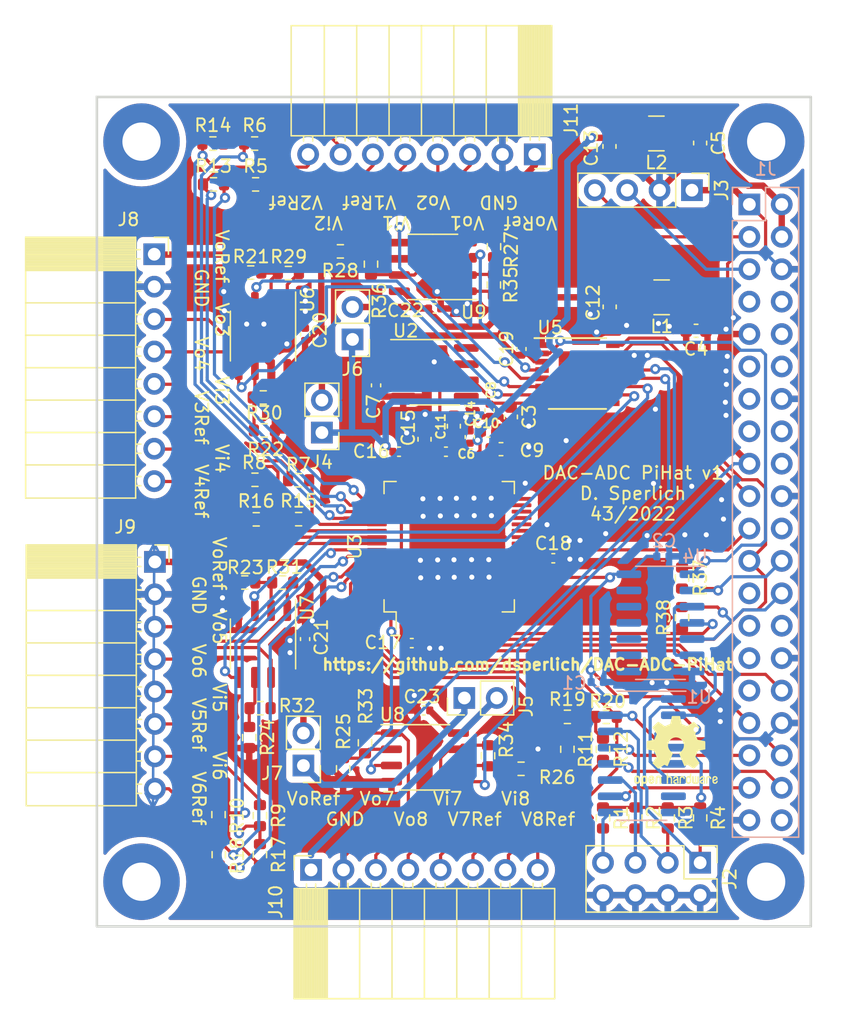
<source format=kicad_pcb>
(kicad_pcb (version 20211014) (generator pcbnew)
  (layers (0 "F.Cu" signal) (31 "B.Cu" signal) (34 "B.Paste" user) (35 "F.Paste" user) (36 "B.SilkS" user "B.Silkscreen") (37 "F.SilkS" user "F.Silkscreen") (38 "B.Mask" user) (39 "F.Mask" user) (44 "Edge.Cuts" user))
  (net 0 "")
  (net 1 "+3.3V")
  (net 2 "GND")
  (net 3 "/Ref")
  (net 4 "+5V")
  (net 5 "+3.3VA")
  (net 6 "Net-(C9-Pad1)")
  (net 7 "+5VA")
  (net 8 "Net-(C11-Pad1)")
  (net 9 "Net-(C15-Pad1)")
  (net 10 "Net-(J4-Pad2)")
  (net 11 "Net-(J7-Pad2)")
  (net 12 "Net-(J1-Pad3)")
  (net 13 "Net-(J1-Pad5)")
  (net 21 "/MOSI")
  (net 22 "/MISO")
  (net 23 "/SCLK")
  (net 24 "/CE0")
  (net 25 "/CE1")
  (net 30 "/RESET")
  (net 31 "/CONVST")
  (net 32 "Net-(J1-Pad37)")
  (net 34 "Net-(J2-Pad1)")
  (net 35 "Net-(J2-Pad3)")
  (net 36 "Net-(J2-Pad5)")
  (net 37 "Net-(J2-Pad7)")
  (net 38 "Net-(J8-Pad3)")
  (net 39 "Net-(J8-Pad4)")
  (net 40 "/VIN3")
  (net 41 "/VIN4")
  (net 42 "Net-(J9-Pad3)")
  (net 43 "Net-(J9-Pad4)")
  (net 44 "/VIN5")
  (net 45 "/VIN6")
  (net 46 "Net-(J10-Pad3)")
  (net 47 "Net-(J10-Pad4)")
  (net 48 "/VIN7")
  (net 49 "/VIN8")
  (net 50 "Net-(J11-Pad3)")
  (net 51 "Net-(J11-Pad4)")
  (net 52 "/VIN1")
  (net 53 "/VIN2")
  (net 54 "Net-(R13-Pad2)")
  (net 55 "Net-(R14-Pad2)")
  (net 56 "Net-(R15-Pad2)")
  (net 57 "Net-(R16-Pad2)")
  (net 58 "Net-(R17-Pad2)")
  (net 59 "Net-(R10-Pad1)")
  (net 60 "Net-(R11-Pad1)")
  (net 61 "Net-(R12-Pad1)")
  (net 62 "Net-(R21-Pad1)")
  (net 63 "Net-(R22-Pad1)")
  (net 64 "Net-(R23-Pad1)")
  (net 65 "Net-(R24-Pad1)")
  (net 66 "Net-(R25-Pad1)")
  (net 67 "Net-(R26-Pad1)")
  (net 68 "Net-(R27-Pad1)")
  (net 69 "Net-(R28-Pad1)")
  (net 71 "/IDmatch")
  (net 94 "/VOUT1")
  (net 95 "/VOUT2")
  (net 96 "/VOUT3")
  (net 97 "/VOUT4")
  (net 98 "/VOUT5")
  (net 99 "/VOUT6")
  (net 100 "/VOUT7")
  (net 101 "/VOUT8")
  (net 103 "Net-(U1-Pad12)")
  (net 106 "Net-(J1-Pad35)")
  (net 107 "Net-(J1-Pad36)")
  (net 108 "Net-(C22-Pad1)")
  (net 109 "Net-(C23-Pad1)")
  (net 110 "/Vref3")
  (net 111 "/Vref5")
  (net 112 "/Vref7")
  (net 113 "/Vref1")
  (net 114 "/Vref2")
  (net 115 "/Vref4")
  (net 116 "/Vref6")
  (net 117 "/Vref8")
  (net 118 "/CE0match")
  (net 119 "/CE1match")
  (footprint "Package_SO:SOP-8_3.9x4.9mm_P1.27mm" (layer "F.Cu") (at 113.03 62.865 -90)
    (fp_text reference "U7")
    (fp_text value "Opamp_Dual")
  )
  (footprint "Package_QFP:LQFP-64_10x10mm_P0.5mm" (layer "F.Cu") (at 127.635 55.245 90)
    (fp_text reference "U3")
    (fp_text value "AD7606")
  )
  (footprint "Resistor_SMD:R_0603_1608Metric" (layer "F.Cu") (at 144.78 76.5 -90)
    (fp_text reference "R3")
    (fp_text value "10k")
  )
  (footprint "Capacitor_SMD:C_0402_1005Metric" (layer "F.Cu") (at 116.332 62.484 90)
    (fp_text reference "C21")
    (fp_text value "100n")
  )
  (footprint "Connector_PinSocket_2.54mm:PinSocket_1x08_P2.54mm_Horizontal" (layer "F.Cu") (at 104.55 56.435)
    (fp_text reference "J9")
    (fp_text value "Conn_01x07_Female")
  )
  (footprint "Connector_PinHeader_2.54mm:PinHeader_1x02_P2.54mm_Vertical" (layer "F.Cu") (at 128.825 67.1 90)
    (fp_text reference "J5")
    (fp_text value "Conn_01x02_Male")
  )
  (footprint "Resistor_SMD:R_0603_1608Metric" (layer "F.Cu") (at 111.6 58.05 180)
    (fp_text reference "R23")
    (fp_text value "100k")
  )
  (footprint "Resistor_SMD:R_0603_1608Metric" (layer "F.Cu") (at 145.9 60.8 90)
    (fp_text reference "R38")
    (fp_text value "0R")
  )
  (footprint "Package_SO:SOIC-8_3.9x4.9mm_P1.27mm" (layer "F.Cu") (at 126.5 41.575)
    (fp_text reference "U2")
    (fp_text value "REF192")
  )
  (footprint "Resistor_SMD:R_0603_1608Metric" (layer "F.Cu") (at 136.906 68.58 180)
    (fp_text reference "R19")
    (fp_text value "NP")
  )
  (footprint "Resistor_SMD:R_0603_1608Metric" (layer "F.Cu") (at 139.7 76.5 -90)
    (fp_text reference "R1")
    (fp_text value "10k")
  )
  (footprint "Capacitor_SMD:C_0402_1005Metric" (layer "F.Cu") (at 123.7 47.8)
    (fp_text reference "C16")
    (fp_text value "100n")
  )
  (footprint "Capacitor_SMD:C_0603_1608Metric" (layer "F.Cu") (at 128 45.8 90)
    (fp_text reference "C11")
    (fp_text value "1u")
  )
  (footprint "Resistor_SMD:R_0603_1608Metric" (layer "F.Cu") (at 145.9 57.7 -90)
    (fp_text reference "R37")
    (fp_text value "0R")
  )
  (footprint "Resistor_SMD:R_0603_1608Metric" (layer "F.Cu") (at 112.45 26.85)
    (fp_text reference "R5")
    (fp_text value "100R")
  )
  (footprint "Resistor_SMD:R_0603_1608Metric" (layer "F.Cu") (at 131.15 31.73 90)
    (fp_text reference "R27")
    (fp_text value "100k")
  )
  (footprint "Resistor_SMD:R_0603_1608Metric" (layer "F.Cu") (at 113.05 43.55 180)
    (fp_text reference "R30")
    (fp_text value "100k")
  )
  (footprint "Inductor_SMD:L_1210_3225Metric" (layer "F.Cu") (at 143.888 22.86 180)
    (fp_text reference "L2")
    (fp_text value "INDUCTOR")
  )
  (footprint "Capacitor_SMD:C_0603_1608Metric" (layer "F.Cu") (at 125.7 46.825 90)
    (fp_text reference "C15")
    (fp_text value "10u")
  )
  (footprint "Resistor_SMD:R_0603_1608Metric" (layer "F.Cu") (at 112.5 53.1)
    (fp_text reference "R16")
    (fp_text value "NP")
  )
  (footprint "Resistor_SMD:R_0603_1608Metric" (layer "F.Cu") (at 130.683 71.628 -90)
    (fp_text reference "R34")
    (fp_text value "100k")
  )
  (footprint "Resistor_SMD:R_0603_1608Metric" (layer "F.Cu") (at 112.07 33.76 180)
    (fp_text reference "R21")
    (fp_text value "100k")
  )
  (footprint "Resistor_SMD:R_0603_1608Metric" (layer "F.Cu") (at 133.275 72.65)
    (fp_text reference "R26")
    (fp_text value "100k")
  )
  (footprint "Package_SO:SOP-8_3.9x4.9mm_P1.27mm" (layer "F.Cu") (at 126.35 33.32 180)
    (fp_text reference "U9")
    (fp_text value "Opamp_Dual")
  )
  (footprint "Capacitor_SMD:C_0402_1005Metric" (layer "F.Cu") (at 135.8 56.15)
    (fp_text reference "C18")
    (fp_text value "100n")
  )
  (footprint "Connector_PinHeader_2.54mm:PinHeader_1x04_P2.54mm_Vertical" (layer "F.Cu") (at 146.675 27.305 -90)
    (fp_text reference "J3")
    (fp_text value "Conn_01x04_Male")
  )
  (footprint "Capacitor_SMD:C_0402_1005Metric" (layer "F.Cu") (at 130.72 46.3)
    (fp_text reference "C10")
    (fp_text value "100n")
  )
  (footprint "Resistor_SMD:R_0603_1608Metric" (layer "F.Cu") (at 113.14 46.13)
    (fp_text reference "R22")
    (fp_text value "100k")
  )
  (footprint "Capacitor_SMD:C_0402_1005Metric" (layer "F.Cu") (at 129.25 46.65 90)
    (fp_text reference "C14")
    (fp_text value "100n")
  )
  (footprint "Resistor_SMD:R_0603_1608Metric" (layer "F.Cu") (at 136.906 71.12 -90)
    (fp_text reference "R11")
    (fp_text value "100R")
  )
  (footprint "Resistor_SMD:R_0603_1608Metric" (layer "F.Cu") (at 139.7 71.12 -90)
    (fp_text reference "R12")
    (fp_text value "100R")
  )
  (footprint "Resistor_SMD:R_0603_1608Metric" (layer "F.Cu") (at 111.95 70.2 -90)
    (fp_text reference "R24")
    (fp_text value "100k")
  )
  (footprint "Resistor_SMD:R_0603_1608Metric" (layer "F.Cu") (at 112.8 67.9 180)
    (fp_text reference "R32")
    (fp_text value "100k")
  )
  (footprint "Resistor_SMD:R_0603_1608Metric" (layer "F.Cu") (at 131.14 34.73 90)
    (fp_text reference "R35")
    (fp_text value "100k")
  )
  (footprint "Resistor_SMD:R_0603_1608Metric" (layer "F.Cu") (at 121.031 70.612 -90)
    (fp_text reference "R33")
    (fp_text value "100k")
  )
  (footprint "Resistor_SMD:R_0603_1608Metric" (layer "F.Cu") (at 139.954 68.58 180)
    (fp_text reference "R20")
    (fp_text value "NP")
  )
  (footprint "Resistor_SMD:R_0603_1608Metric" (layer "F.Cu") (at 147.32 76.5 -90)
    (fp_text reference "R4")
    (fp_text value "10k")
  )
  (footprint "Capacitor_SMD:C_0402_1005Metric" (layer "F.Cu") (at 125.631 68.072 180)
    (fp_text reference "C23")
    (fp_text value "100n")
  )
  (footprint "Resistor_SMD:R_0603_1608Metric" (layer "F.Cu") (at 114.575 58.05 180)
    (fp_text reference "R31")
    (fp_text value "100k")
  )
  (footprint "Resistor_SMD:R_0603_1608Metric" (layer "F.Cu") (at 119.1 32.1 180)
    (fp_text reference "R28")
    (fp_text value "100k")
  )
  (footprint "Resistor_SMD:R_0603_1608Metric" (layer "F.Cu") (at 109.56 79.38 90)
    (fp_text reference "R18")
    (fp_text value "NP")
  )
  (footprint "Capacitor_SMD:C_0603_1608Metric" (layer "F.Cu") (at 140.225 36.45 -90)
    (fp_text reference "C12")
    (fp_text value "10u")
  )
  (footprint "Capacitor_SMD:C_0603_1608Metric" (layer "F.Cu") (at 140.208 23.876 -90)
    (fp_text reference "C13")
    (fp_text value "10u")
  )
  (footprint "Resistor_SMD:R_0603_1608Metric" (layer "F.Cu") (at 112.4 50 180)
    (fp_text reference "R8")
    (fp_text value "100R")
  )
  (footprint "Connector_PinHeader_2.54mm:PinHeader_2x04_P2.54mm_Vertical" (layer "F.Cu") (at 147.32 80.01 -90)
    (fp_text reference "J2")
    (fp_text value "Conn_02x04_Odd_Even")
  )
  (footprint "Resistor_SMD:R_0603_1608Metric" (layer "F.Cu") (at 109.1 23.65)
    (fp_text reference "R14")
    (fp_text value "NP")
  )
  (footprint "Symbol:OSHW-Logo2_7.3x6mm_SilkScreen" (layer "F.Cu") (at 145.425 71.275)
    (fp_text reference "REF**" hide)
    (fp_text value "OSHW-Logo2_7.3x6mm_SilkScreen" hide)
  )
  (footprint "Resistor_SMD:R_0603_1608Metric" (layer "F.Cu") (at 115.824 53.086)
    (fp_text reference "R15")
    (fp_text value "NP")
  )
  (footprint "Package_SO:SOP-8_3.9x4.9mm_P1.27mm" (layer "F.Cu") (at 113.03 38.735 -90)
    (fp_text reference "U6")
    (fp_text value "Opamp_Dual")
  )
  (footprint "Connector_PinHeader_2.54mm:PinHeader_1x02_P2.54mm_Vertical" (layer "F.Cu") (at 117.65 46.3 180)
    (fp_text reference "J4")
    (fp_text value "Conn_01x02_Male")
  )
  (footprint "Package_SO:SOP-8_3.9x4.9mm_P1.27mm" (layer "F.Cu") (at 125.73 71.755)
    (fp_text reference "U8")
    (fp_text value "Opamp_Dual")
  )
  (footprint "Connector_PinSocket_2.54mm:PinSocket_1x08_P2.54mm_Horizontal" (layer "F.Cu") (at 134.35 24.5 -90)
    (fp_text reference "J11")
    (fp_text value "Conn_01x07_Female")
  )
  (footprint "Resistor_SMD:R_0603_1608Metric" (layer "F.Cu") (at 142.24 76.5 -90)
    (fp_text reference "R2")
    (fp_text value "10k")
  )
  (footprint "Capacitor_SMD:C_0603_1608Metric" (layer "F.Cu") (at 132.475 45.075 -90)
    (fp_text reference "C3")
    (fp_text value "10u")
  )
  (footprint "Capacitor_SMD:C_0402_1005Metric" (layer "F.Cu") (at 127.38 47.8)
    (fp_text reference "C6")
    (fp_text value "100n")
  )
  (footprint "Package_SO:TSSOP-16-1EP_4.4x5mm_P0.65mm" (layer "F.Cu") (at 137.695 41.7225)
    (fp_text reference "U5")
    (fp_text value "AD5328")
  )
  (footprint "Connector_PinHeader_2.54mm:PinHeader_1x02_P2.54mm_Vertical" (layer "F.Cu") (at 116.2 72.395 180)
    (fp_text reference "J7")
    (fp_text value "Conn_01x02_Male")
  )
  (footprint "Capacitor_SMD:C_0402_1005Metric" (layer "F.Cu") (at 126.492 36.576)
    (fp_text reference "C22")
    (fp_text value "100n")
  )
  (footprint "Connector_PinHeader_2.54mm:PinHeader_1x02_P2.54mm_Vertical" (layer "F.Cu") (at 120.05 39 180)
    (fp_text reference "J6")
    (fp_text value "Conn_01x02_Male")
  )
  (footprint "Resistor_SMD:R_0603_1608Metric" (layer "F.Cu") (at 115.824 50.038 180)
    (fp_text reference "R7")
    (fp_text value "100R")
  )
  (footprint "Capacitor_SMD:C_0603_1608Metric" (layer "F.Cu") (at 147.32 23.609 -90)
    (fp_text reference "C5")
    (fp_text value "10u")
  )
  (footprint "Inductor_SMD:L_1210_3225Metric" (layer "F.Cu") (at 144.3 35.7 180)
    (fp_text reference "L1")
    (fp_text value "INDUCTOR")
  )
  (footprint "Resistor_SMD:R_0603_1608Metric" (layer "F.Cu") (at 115.02 33.8 180)
    (fp_text reference "R29")
    (fp_text value "100k")
  )
  (footprint "Resistor_SMD:R_0603_1608Metric" (layer "F.Cu") (at 121.5 33.1 90)
    (fp_text reference "R36")
    (fp_text value "100k")
  )
  (footprint "Capacitor_SMD:C_0603_1608Metric" (layer "F.Cu") (at 131.7 47.6)
    (fp_text reference "C9")
    (fp_text value "1u")
  )
  (footprint "Resistor_SMD:R_0603_1608Metric" (layer "F.Cu") (at 112.79 76.32 90)
    (fp_text reference "R9")
    (fp_text value "100R")
  )
  (footprint "Resistor_SMD:R_0603_1608Metric" (layer "F.Cu") (at 119.316 72.644 -90)
    (fp_text reference "R25")
    (fp_text value "100k")
  )
  (footprint "Capacitor_SMD:C_0402_1005Metric" (layer "F.Cu") (at 121.9 42.6 -90)
    (fp_text reference "C7")
    (fp_text value "100n")
  )
  (footprint "Resistor_SMD:R_0603_1608Metric" (layer "F.Cu") (at 109.15 26.85)
    (fp_text reference "R13")
    (fp_text value "NP")
  )
  (footprint "Resistor_SMD:R_0603_1608Metric" (layer "F.Cu") (at 109.54 76.24 90)
    (fp_text reference "R10")
    (fp_text value "100R")
  )
  (footprint "Capacitor_SMD:C_0603_1608Metric" (layer "F.Cu") (at 147 38.325 180)
    (fp_text reference "C4")
    (fp_text value "10u")
  )
  (footprint "Capacitor_SMD:C_0402_1005Metric" (layer "F.Cu") (at 116.332 38.608 90)
    (fp_text reference "C20")
    (fp_text value "100n")
  )
  (footprint "Capacitor_SMD:C_0402_1005Metric" (layer "F.Cu") (at 133.3 39.75 90)
    (fp_text reference "C19")
    (fp_text value "100n")
  )
  (footprint "Resistor_SMD:R_0603_1608Metric" (layer "F.Cu") (at 112.79 79.38 90)
    (fp_text reference "R17")
    (fp_text value "NP")
  )
  (footprint "Capacitor_SMD:C_0402_1005Metric" (layer "F.Cu") (at 124.7 62.8)
    (fp_text reference "C17")
    (fp_text value "100n")
  )
  (footprint "Connector_PinSocket_2.54mm:PinSocket_1x08_P2.54mm_Horizontal" (layer "F.Cu") (at 116.8 80.575 90)
    (fp_text reference "J10")
    (fp_text value "Conn_01x07_Female")
  )
  (footprint "Connector_PinSocket_2.54mm:PinSocket_1x08_P2.54mm_Horizontal" (layer "F.Cu") (at 104.5 32.325)
    (fp_text reference "J8")
    (fp_text value "Conn_01x07_Female")
  )
  (footprint "Capacitor_SMD:C_0402_1005Metric" (layer "F.Cu") (at 130.8 44.55 -90)
    (fp_text reference "C8")
    (fp_text value "100n")
  )
  (footprint "Resistor_SMD:R_0603_1608Metric" (layer "F.Cu") (at 112.375 23.65)
    (fp_text reference "R6")
    (fp_text value "100R")
  )
  (footprint "Package_SO:SOIC-14_3.9x8.7mm_P1.27mm" (layer "B.Cu") (at 144.207 61.214 180)
    (fp_text reference "U4")
    (fp_text value "7402")
  )
  (footprint "Package_SO:SOIC-16_3.9x9.9mm_P1.27mm" (layer "B.Cu") (at 142.748 71.628 180)
    (fp_text reference "U1")
    (fp_text value "7485")
  )
  (footprint "Capacitor_SMD:C_0402_1005Metric" (layer "B.Cu") (at 144.4 56)
    (fp_text reference "C2")
    (fp_text value "100n")
  )
  (footprint "Connector_PinSocket_2.54mm:PinSocket_2x20_P2.54mm_Vertical" (layer "B.Cu") (at 151.18 28.42 180)
    (fp_text reference "J1")
    (fp_text value "Raspberry_Pi_2_3")
  )
  (footprint "Capacitor_SMD:C_0402_1005Metric" (layer "B.Cu") (at 139.25 65.85)
    (fp_text reference "C1")
    (fp_text value "100n")
  )
  (gr_rect (start 100 20) (end 156 85) (layer "Edge.Cuts") (width 0.2) (fill none))
  (gr_text "VoRef  Vo1    Vi1    Vi2 \n    GND   Vo2  V1Ref  V2Ref" (at 136.2 29.05 180) (layer "F.SilkS") (effects (font (size 1 1)) (justify left)))
  (gr_text "VoRef  Vo5    Vi5    Vi6 \n    GND   Vo6  V5Ref  V6Ref" (at 108.8 54.375 270) (layer "F.SilkS") (effects (font (size 1 1)) (justify left)))
  (gr_text "DAC-ADC PiHat v1\nD. Sperlich\n43/2022" (at 142.05 51.07) (layer "F.SilkS") (effects (font (size 1 1))))
  (gr_text "VoRef  Vo3    Vi3    Vi4 \n    GND   Vo4  V3Ref  V4Ref" (at 109 30.3 270) (layer "F.SilkS") (effects (font (size 1 1)) (justify left)))
  (gr_text "VoRef  Vo7    Vi7    Vi8 \n    GND   Vo8  V7Ref  V8Ref" (at 114.8 75.8) (layer "F.SilkS") (effects (font (size 1 1)) (justify left)))
  (gr_text "https://github.com/dsperlich/DAC-ADC-PiHat" (at 133.78 64.48) (layer "F.SilkS") (effects (font (size 0.9 0.9) (thickness 0.2))))
  (dimension (type aligned) (layer "B.Cu") (pts (xy 106.19537 55.00819) (xy 106.09537 75.70819)) (height 1.69539) (gr_text "20.7002 mm" (at 102.650021 65.341304 89.72321095) (layer "B.Cu") (effects (font (size 1.5 1.5) (thickness 0.3)))) (format (units 3) (units_format 1) (precision 4)) (style (thickness 0.2) (arrow_length 1.27) (text_position_mode 0) (extension_height 0.58642) (extension_offset 0.5) keep_text_aligned))
  (via (at 103.5 23.5) (size 6) (drill 3) (layers "F.Cu" "B.Cu") (net 0))
  (via (at 152.5 23.5) (size 6) (drill 3) (layers "F.Cu" "B.Cu") (net 0))
  (via (at 152.5 81.5) (size 6) (drill 3) (layers "F.Cu" "B.Cu") (net 0))
  (via (at 103.5 81.5) (size 6) (drill 3) (layers "F.Cu" "B.Cu") (net 0))
  (segment (start 135.5 56.337609) (end 136.812391 57.65) (width 0.25) (layer "F.Cu") (net 1))
  (segment (start 147.9 45.46) (end 147.9 37.9) (width 0.5) (layer "F.Cu") (net 1))
  (segment (start 125.885 61.985) (end 126 62.1) (width 0.25) (layer "F.Cu") (net 1))
  (segment (start 125.885 60.92) (end 125.885 61.985) (width 0.25) (layer "F.Cu") (net 1))
  (segment (start 127.385 60.92) (end 127.385 61.985) (width 0.25) (layer "F.Cu") (net 1))
  (segment (start 139.7 75.675) (end 147.32 75.675) (width 0.25) (layer "F.Cu") (net 1))
  (segment (start 126.4 62.1) (end 127 62.1) (width 0.25) (layer "F.Cu") (net 1))
  (segment (start 133.31 55.995) (end 132.469315 55.995) (width 0.25) (layer "F.Cu") (net 1))
  (segment (start 135.5 56.33) (end 135.5 56.337609) (width 0.25) (layer "F.Cu") (net 1))
  (segment (start 136.812391 57.65) (end 140.25 57.65) (width 0.25) (layer "F.Cu") (net 1))
  (segment (start 152.454278 31.745722) (end 152 32.2) (width 0.25) (layer "F.Cu") (net 1))
  (segment (start 127 62.1) (end 127.3 62.1) (width 0.25) (layer "F.Cu") (net 1))
  (segment (start 151.18 28.42) (end 152.454278 29.694278) (width 0.25) (layer "F.Cu") (net 1))
  (segment (start 126.385 62.085) (end 126.4 62.1) (width 0.25) (layer "F.Cu") (net 1))
  (segment (start 135.32 56.15) (end 135.5 56.33) (width 0.25) (layer "F.Cu") (net 1))
  (segment (start 132.469315 55.995) (end 132.2 56.264315) (width 0.25) (layer "F.Cu") (net 1))
  (segment (start 147.32 74.98) (end 147.4 74.9) (width 0.25) (layer "F.Cu") (net 1))
  (segment (start 138.75 64.9) (end 140.85 67) (width 0.25) (layer "F.Cu") (net 1))
  (segment (start 125.5 62.1) (end 126 62.1) (width 0.25) (layer "F.Cu") (net 1))
  (segment (start 151.18 48.74) (end 147.9 45.46) (width 0.5) (layer "F.Cu") (net 1))
  (segment (start 127.385 59.865) (end 127.385 60.92) (width 0.25) (layer "F.Cu") (net 1))
  (segment (start 126 62.1) (end 126.4 62.1) (width 0.25) (layer "F.Cu") (net 1))
  (segment (start 135.32 56.15) (end 135.165 55.995) (width 0.25) (layer "F.Cu") (net 1))
  (segment (start 126.885 60.92) (end 126.885 61.985) (width 0.25) (layer "F.Cu") (net 1))
  (segment (start 127.385 61.985) (end 127.3 62.07) (width 0.25) (layer "F.Cu") (net 1))
  (segment (start 144.4245 67) (end 147 69.5755) (width 0.25) (layer "F.Cu") (net 1))
  (segment (start 125.385 60.92) (end 125.385 61.985) (width 0.25) (layer "F.Cu") (net 1))
  (segment (start 135.165 55.995) (end 133.31 55.995) (width 0.25) (layer "F.Cu") (net 1))
  (segment (start 152.454278 29.694278) (end 152.454278 31.745722) (width 0.25) (layer "F.Cu") (net 1))
  (segment (start 143 67) (end 144.4245 67) (width 0.25) (layer "F.Cu") (net 1))
  (segment (start 152 32.2) (end 150.35 32.2) (width 0.25) (layer "F.Cu") (net 1))
  (segment (start 125.385 61.985) (end 125.5 62.1) (width 0.25) (layer "F.Cu") (net 1))
  (segment (start 147.9 37.9) (end 145.7 35.7) (width 0.5) (layer "F.Cu") (net 1))
  (segment (start 127.55 59.7) (end 127.385 59.865) (width 0.25) (layer "F.Cu") (net 1))
  (segment (start 140.85 67) (end 143 67) (width 0.25) (layer "F.Cu") (net 1))
  (segment (start 132.2 56.264315) (end 132.2 59.7) (width 0.25) (layer "F.Cu") (net 1))
  (segment (start 127.3 62.07) (end 127.3 62.1) (width 0.25) (layer "F.Cu") (net 1))
  (segment (start 149.475 36.625) (end 147.775 38.325) (width 0.25) (layer "F.Cu") (net 1))
  (segment (start 146.675 27.305) (end 150.065 27.305) (width 0.5) (layer "F.Cu") (net 1))
  (segment (start 149.475 33.075) (end 149.475 36.625) (width 0.25) (layer "F.Cu") (net 1))
  (segment (start 150.35 32.2) (end 149.475 33.075) (width 0.25) (layer "F.Cu") (net 1))
  (segment (start 126.385 60.92) (end 126.385 62.085) (width 0.25) (layer "F.Cu") (net 1))
  (segment (start 132.2 59.7) (end 127.55 59.7) (width 0.25) (layer "F.Cu") (net 1))
  (segment (start 126.885 61.985) (end 127 62.1) (width 0.25) (layer "F.Cu") (net 1))
  (segment (start 147.32 75.675) (end 147.32 74.98) (width 0.25) (layer "F.Cu") (net 1))
  (segment (start 150.065 27.305) (end 151.18 28.42) (width 0.5) (layer "F.Cu") (net 1))
  (via (at 147 69.5755) (size 0.8) (drill 0.4) (layers "F.Cu" "B.Cu") (net 1))
  (via (at 138.75 64.9) (size 0.8) (drill 0.4) (layers "F.Cu" "B.Cu") (net 1))
  (via (at 147.4 74.9) (size 0.8) (drill 0.4) (layers "F.Cu" "B.Cu") (net 1))
  (via (at 140.25 57.65) (size 0.8) (drill 0.4) (layers "F.Cu" "B.Cu") (net 1))
  (segment (start 141.732 57.404) (end 140.496 57.404) (width 0.25) (layer "B.Cu") (net 1))
  (segment (start 143.136 56) (end 141.732 57.404) (width 0.25) (layer "B.Cu") (net 1))
  (segment (start 143.92 56) (end 143.136 56) (width 0.25) (layer "B.Cu") (net 1))
  (segment (start 138.77 65.85) (end 138.77 64.92) (width 0.25) (layer "B.Cu") (net 1))
  (segment (start 138.77 65.857609) (end 138.77 65.85) (width 0.25) (layer "B.Cu") (net 1))
  (segment (start 143.85 71.41) (end 143.85 69.9) (width 0.25) (layer "B.Cu") (net 1))
  (segment (start 138.77 64.92) (end 138.75 64.9) (width 0.25) (layer "B.Cu") (net 1))
  (segment (start 146.768 71.618) (end 144.058 71.618) (width 0.25) (layer "B.Cu") (net 1))
  (segment (start 140.095391 67.183) (end 138.77 65.857609) (width 0.25) (layer "B.Cu") (net 1))
  (segment (start 143.92 56) (end 143.92 54.797919) (width 0.25) (layer "B.Cu") (net 1))
  (segment (start 140.273 67.183) (end 140.095391 67.183) (width 0.25) (layer "B.Cu") (net 1))
  (segment (start 147.4 72.25) (end 146.768 71.618) (width 0.25) (layer "B.Cu") (net 1))
  (segment (start 143.85 69.9) (end 144.027 69.723) (width 0.25) (layer "B.Cu") (net 1))
  (segment (start 138.75 64.9) (end 138.75 59.15) (width 0.25) (layer "B.Cu") (net 1))
  (segment (start 147.4 74.9) (end 147.4 72.25) (width 0.25) (layer "B.Cu") (net 1))
  (segment (start 144.027 69.723) (end 145.223 69.723) (width 0.25) (layer "B.Cu") (net 1))
  (segment (start 138.75 59.15) (end 140.25 57.65) (width 0.25) (layer "B.Cu") (net 1))
  (segment (start 143.92 54.797919) (end 149.977919 48.74) (width 0.25) (layer "B.Cu") (net 1))
  (segment (start 149.977919 48.74) (end 151.18 48.74) (width 0.25) (layer "B.Cu") (net 1))
  (segment (start 147 69.5755) (end 145.3705 69.5755) (width 0.25) (layer "B.Cu") (net 1))
  (segment (start 144.058 71.618) (end 143.85 71.41) (width 0.25) (layer "B.Cu") (net 1))
  (segment (start 140.496 57.404) (end 140.25 57.65) (width 0.25) (layer "B.Cu") (net 1))
  (segment (start 130.385 49.57) (end 130.385 48.776396) (width 0.25) (layer "F.Cu") (net 2))
  (segment (start 111.125 36.11) (end 111.125 33.88) (width 0.5) (layer "F.Cu") (net 2))
  (segment (start 124.85 62.45) (end 125.18 62.78) (width 0.25) (layer "F.Cu") (net 2))
  (segment (start 127.86 47.94) (end 127.86 47.8) (width 0.25) (layer "F.Cu") (net 2))
  (segment (start 119.34 79.42) (end 121.89 76.87) (width 0.5) (layer "F.Cu") (net 2))
  (segment (start 126.385 51.015) (end 126.35 51.05) (width 0.25) (layer "F.Cu") (net 2))
  (segment (start 127.385 48.415) (end 127.86 47.94) (width 0.25) (layer "F.Cu") (net 2))
  (segment (start 144.15 40.25) (end 145.775 41.875) (width 0.25) (layer "F.Cu") (net 2))
  (segment (start 124.885 62.415) (end 124.85 62.45) (width 0.25) (layer "F.Cu") (net 2))
  (segment (start 140.208 24.651) (end 141.481 24.651) (width 0.5) (layer "F.Cu") (net 2))
  (segment (start 124.385 61.985) (end 124.85 62.45) (width 0.25) (layer "F.Cu") (net 2))
  (segment (start 124.385 60.92) (end 124.385 61.985) (width 0.25) (layer "F.Cu") (net 2))
  (segment (start 119.253 68.072) (end 118.391 68.934) (width 0.5) (layer "F.Cu") (net 2))
  (segment (start 124.885 60.92) (end 124.885 62.415) (width 0.25) (layer "F.Cu") (net 2))
  (segment (start 131.2 46.3) (end 132.025 46.3) (width 0.5) (layer "F.Cu") (net 2))
  (segment (start 131.001421 48.776396) (end 132.177817 47.6) (width 0.25) (layer "F.Cu") (net 2))
  (segment (start 118.391 72.544) (end 119.316 73.469) (width 0.5) (layer "F.Cu") (net 2))
  (segment (start 124.385 50.335) (end 125.1 51.05) (width 0.25) (layer "F.Cu") (net 2))
  (segment (start 127.885 49.57) (end 127.885 47.825) (width 0.25) (layer "F.Cu") (net 2))
  (segment (start 111.125 33.88) (end 111.245 33.76) (width 0.5) (layer "F.Cu") (net 2))
  (segment (start 142.15 40.25) (end 143.175 40.25) (width 0.25) (layer "F.Cu") (net 2))
  (segment (start 125.151 68.072) (end 119.253 68.072) (width 0.5) (layer "F.Cu") (net 2))
  (segment (start 147.056 24.384) (end 144.135 27.305) (width 0.5) (layer "F.Cu") (net 2))
  (segment (start 130.385 48.776396) (end 131.001421 48.776396) (width 0.25) (layer "F.Cu") (net 2))
  (segment (start 119.507 73.66) (end 119.316 73.469) (width 0.5) (layer "F.Cu") (net 2))
  (segment (start 140.47 40.7475) (end 141.6525 40.7475) (width 0.25) (layer "F.Cu") (net 2))
  (segment (start 127.885 49.57) (end 127.885 50.865) (width 0.25) (layer "F.Cu") (net 2))
  (segment (start 124.385 49.57) (end 124.385 50.335) (width 0.25) (layer "F.Cu") (net 2))
  (segment (start 121.89 76.87) (end 121.89 73.944) (width 0.5) (layer "F.Cu") (net 2))
  (segment (start 126.385 49.57) (end 126.385 51.015) (width 0.25) (layer "F.Cu") (net 2))
  (segment (start 124.025 43.48) (end 122.3 43.48) (width 0.5) (layer "F.Cu") (net 2))
  (segment (start 125.1 51.05) (end 126.35 51.05) (width 0.25) (layer "F.Cu") (net 2))
  (segment (start 133.31 54.495) (end 136.7745 54.495) (width 0.25) (layer "F.Cu") (net 2))
  (segment (start 131.38 45.03) (end 131.655 45.03) (width 0.5) (layer "F.Cu") (net 2))
  (segment (start 124.885 49.57) (end 124.885 48.505) (width 0.25) (layer "F.Cu") (net 2))
  (segment (start 127.385 50.410685) (end 127.385 49.57) (width 0.25) (layer "F.Cu") (net 2))
  (segment (start 118.391 68.934) (end 118.391 72.544) (width 0.5) (layer "F.Cu") (net 2))
  (segment (start 130.8 45.03) (end 131.38 45.03) (width 0.5) (layer "F.Cu") (net 2))
  (segment (start 122.174 73.66) (end 119.507 73.66) (width 0.5) (layer "F.Cu") (net 2))
  (segment (start 141.481 24.651) (end 144.135 27.305) (width 0.5) (layer "F.Cu") (net 2))
  (segment (start 132.177817 47.6) (end 132.475 47.6) (width 0.25) (layer "F.Cu") (net 2))
  (segment (start 131.2 46.3) (end 131.2 45.21) (width 0.5) (layer "F.Cu") (net 2))
  (segment (start 132.025 46.3) (end 132.475 45.85) (width 0.5) (layer "F.Cu") (net 2))
  (segment (start 131.655 45.03) (end 132.475 45.85) (width 0.5) (layer "F.Cu") (net 2))
  (segment (start 136.7745 54.495) (end 137.05 54.7705) (width 0.25) (layer "F.Cu") (net 2))
  (segment (start 126.35 51.05) (end 126.745685 51.05) (width 0.25) (layer "F.Cu") (net 2))
  (segment (start 126.745685 51.05) (end 127.385 50.410685) (width 0.25) (layer "F.Cu") (net 2))
  (segment (start 124.885 48.505) (end 124.18 47.8) (width 0.25) (layer "F.Cu") (net 2))
  (segment (start 136.28 56.15) (end 137.0305 56.15) (width 0.25) (layer "F.Cu") (net 2))
  (segment (start 124.385 48.005) (end 124.18 47.8) (width 0.25) (layer "F.Cu") (net 2))
  (segment (start 127.385 49.57) (end 127.385 48.415) (width 0.25) (layer "F.Cu") (net 2))
  (segment (start 121.89 73.944) (end 122.174 73.66) (width 0.5) (layer "F.Cu") (net 2))
  (segment (start 127.885 47.825) (end 127.86 47.8) (width 0.25) (layer "F.Cu") (net 2))
  (segment (start 137.0305 56.15) (end 137.1 56.2195) (width 0.25) (layer "F.Cu") (net 2))
  (segment (start 127.885 50.865) (end 127.7 51.05) (width 0.25) (layer "F.Cu") (net 2))
  (segment (start 147.32 24.384) (end 147.056 24.384) (width 0.5) (layer "F.Cu") (net 2))
  (segment (start 122.3 43.48) (end 121.9 43.08) (width 0.5) (layer "F.Cu") (net 2))
  (segment (start 123.105 73.66) (end 122.174 73.66) (width 0.5) (layer "F.Cu") (net 2))
  (segment (start 143.175 40.25) (end 144.15 40.25) (width 0.25) (layer "F.Cu") (net 2))
  (segment (start 124.385 49.57) (end 124.385 48.005) (width 0.25) (layer "F.Cu") (net 2))
  (segment (start 125.18 62.78) (end 125.18 62.8) (width 0.25) (layer "F.Cu") (net 2))
  (segment (start 141.6525 40.7475) (end 142.15 40.25) (width 0.25) (layer "F.Cu") (net 2))
  (segment (start 124.885 49.57) (end 124.885 50.835) (width 0.25) (layer "F.Cu") (net 2))
  (segment (start 131.2 45.21) (end 131.38 45.03) (width 0.5) (layer "F.Cu") (net 2))
  (segment (start 124.885 50.835) (end 125.1 51.05) (width 0.25) (layer "F.Cu") (net 2))
  (segment (start 127.7 51.05) (end 126.745685 51.05) (width 0.25) (layer "F.Cu") (net 2))
  (via (at 137.95 56.25) (size 0.8) (drill 0.4) (layers "F.Cu" "B.Cu") (net 2))
  (via (at 109.85 59.25) (size 0.8) (drill 0.4) (layers "F.Cu" "B.Cu") (net 2))
  (via (at 126.7 35.25) (size 0.8) (drill 0.4) (layers "F.Cu" "B.Cu") (net 2))
  (via (at 127 63.2) (size 0.8) (drill 0.4) (layers "F.Cu" "B.Cu") (net 2))
  (via (at 149.3 43.925) (size 0.8) (drill 0.4) (layers "F.Cu" "B.Cu") (net 2))
  (via (at 149.375 42.525) (size 0.8) (drill 0.4) (layers "F.Cu" "B.Cu") (net 2))
  (via (at 126.92 51.46) (size 0.8) (drill 0.4) (layers "F.Cu" "B.Cu") (net 2))
  (via (at 109.85 60.25) (size 0.8) (drill 0.4) (layers "F.Cu" "B.Cu") (net 2))
  (via (at 129.41 57.63) (size 0.8) (drill 0.4) (layers "F.Cu" "B.Cu") (net 2))
  (via (at 146.66 50.51) (size 0.8) (drill 0.4) (layers "F.Cu" "B.Cu") (net 2))
  (via (at 116.35 35.15) (size 0.8) (drill 0.4) (layers "F.Cu" "B.Cu") (net 2))
  (via (at 125.4 57.68) (size 0.8) (drill 0.4) (layers "F.Cu" "B.Cu") (net 2))
  (via (at 126.94 52.83) (size 0.8) (drill 0.4) (layers "F.Cu" "B.Cu") (net 2))
  (via (at 133.875 45.8) (size 0.8) (drill 0.4) (layers "F.Cu" "B.Cu") (net 2))
  (via (at 111.75 37.8) (size 0.8) (drill 0.4) (layers "F.Cu" "B.Cu") (net 2))
  (via (at 124.9 66.9) (size 0.8) (drill 0.4) (layers "F.Cu" "B.Cu") (net 2))
  (via (at 129.39 56.26) (size 0.8) (drill 0.4) (layers "F.Cu" "B.Cu") (net 2))
  (via (at 139.2 38.425) (size 0.8) (drill 0.4) (layers "F.Cu" "B.Cu") (net 2))
  (via (at 109.9 61.5) (size 0.8) (drill 0.4) (layers "F.Cu" "B.Cu") (net 2))
  (via (at 144.05 37.75) (size 0.8) (drill 0.4) (layers "F.Cu" "B.Cu") (net 2))
  (via (at 144.7 65.9) (size 0.8) (drill 0.4) (layers "F.Cu" "B.Cu") (net 2))
  (via (at 114.9 39.35) (size 0.8) (drill 0.4) (layers "F.Cu" "B.Cu") (net 2))
  (via (at 128.01 56.27) (size 0.8) (drill 0.4) (layers "F.Cu" "B.Cu") (net 2))
  (via (at 149.35 38.2) (size 0.8) (drill 0.4) (layers "F.Cu" "B.Cu") (net 2))
  (via (at 134.6 71.1) (size 0.8) (drill 0.4) (layers "F.Cu" "B.Cu") (net 2))
  (via (at 146.12 54.31) (size 0.8) (drill 0.4) (layers "F.Cu" "B.Cu") (net 2))
  (via (at 130.74 56.26) (size 0.8) (drill 0.4) (layers "F.Cu" "B.Cu") (net 2))
  (via (at 141.55 37.9) (size 0.8) (drill 0.4) (layers "F.Cu" "B.Cu") (net 2))
  (via (at 137.1 56.2195) (size 0.8) (drill 0.4) (layers "F.Cu" "B.Cu") (net 2))
  (via (at 116.35 36) (size 0.8) (drill 0.4) (layers "F.Cu" "B.Cu") (net 2))
  (via (at 129.825 45.025) (size 0.8) (drill 0.4) (layers "F.Cu" "B.Cu") (net 2))
  (via (at 137.9 54.75) (size 0.8) (drill 0.4) (layers "F.Cu" "B.Cu") (net 2))
  (via (at 125.59 52.86) (size 0.8) (drill 0.4) (layers "F.Cu" "B.Cu") (net 2))
  (via (at 133.6 50.27) (size 0.8) (drill 0.4) (layers "F.Cu" "B.Cu") (net 2))
  (via (at 130.76 57.63) (size 0.8) (drill 0.4) (layers "F.Cu" "B.Cu") (net 2))
  (via (at 135.31 53.52) (size 0.8) (drill 0.4) (layers "F.Cu" "B.Cu") (net 2))
  (via (at 148.9 68.95) (size 0.8) (drill 0.4) (layers "F.Cu" "B.Cu") (net 2))
  (via (at 149.45 40.325) (size 0.8) (drill 0.4) (layers "F.Cu" "B.Cu") (net 2))
  (via (at 137.05 54.7705) (size 0.8) (drill 0.4) (layers "F.Cu" "B.Cu") (net 2))
  (via (at 143.16 54.37) (size 0.8) (drill 0.4) (layers "F.Cu" "B.Cu") (net 2))
  (via (at 138.7 37.025) (size 0.8) (drill 0.4) (layers "F.Cu" "B.Cu") (net 2))
  (via (at 149.925 37.3) (size 0.8) (drill 0.4) (layers "F.Cu" "B.Cu") (net 2))
  (via (at 115.15 62.6) (size 0.8) (drill 0.4) (layers "F.Cu" "B.Cu") (net 2))
  (via (at 129.05 36.2) (size 0.8) (drill 0.4) (layers "F.Cu" "B.Cu") (net 2))
  (via (at 143.55 65.9) (size 0.8) (drill 0.4) (layers "F.Cu" "B.Cu") (net 2))
  (via (at 128.2 36.8) (size 0.8) (drill 0.4) (layers "F.Cu" "B.Cu") (net 2))
  (via (at 125.57 51.49) (size 0.8) (drill 0.4) (layers "F.Cu" "B.Cu") (net 2))
  (via (at 124.35 45.2) (size 0.8) (drill 0.4) (layers "F.Cu" "B.Cu") (net 2))
  (via (at 143.66 50.29) (size 0.8) (drill 0.4) (layers "F.Cu" "B.Cu") (net 2))
  (via (at 109.95 35.25) (size 0.8) (drill 0.4) (layers "F.Cu" "B.Cu") (net 2))
  (via (at 130.95 52.81) (size 0.8) (drill 0.4) (layers "F.Cu" "B.Cu") (net 2))
  (via (at 149.35 44.95) (size 0.8) (drill 0.4) (layers "F.Cu" "B.Cu") (net 2))
  (via (at 113.1 37.8) (size 0.8) (drill 0.4) (layers "F.Cu" "B.Cu") (net 2))
  (via (at 136.81 46.93) (size 0.8) (drill 0.4) (layers "F.Cu" "B.Cu") (net 2))
  (via (at 149.35 41.475) (size 0.8) (drill 0.4) (layers "F.Cu" "B.Cu") (net 2))
  (via (at 142.15 40.25) (size 0.8) (drill 0.4) (layers "F.Cu" "B.Cu") (net 2))
  (via (at 128.2 51.45) (size 0.8) (drill 0.4) (layers "F.Cu" "B.Cu") (net 2))
  (via (at 126.73 56.28) (size 0.8) (drill 0.4) (layers "F.Cu" "B.Cu") (net 2))
  (via (at 143.81 44.47) (size 0.8) (drill 0.4) (layers "F.Cu" "B.Cu") (net 2))
  (via (at 149 51.56) (size 0.8) (drill 0.4) (layers "F.Cu" "B.Cu") (net 2))
  (via (at 126.75 57.65) (size 0.8) (drill 0.4) (layers "F.Cu" "B.Cu") (net 2))
  (via (at 148.9 68.05) (size 0.8) (drill 0.4) (layers "F.Cu" "B.Cu") (net 2))
  (via (at 110 36.75) (size 0.8) (drill 0.4) (layers "F.Cu" "B.Cu") (net 2))
  (via (at 128.22 52.82) (size 0.8) (drill 0.4) (layers "F.Cu" "B.Cu") (net 2))
  (via (at 143.175 40.25) (size 0.8) (drill 0.4) (layers "F.Cu" "B.Cu") (net 2))
  (via (at 130.93 51.44) (size 0.8) (drill 0.4) (layers "F.Cu" "B.Cu") (net 2))
  (via (at 144.9 37.975) (size 0.8) (drill 0.4) (layers "F.Cu" "B.Cu") (net 2))
  (via (at 139.91 54.22) (size 0.8) (drill 0.4) (layers "F.Cu" "B.Cu") (net 2))
  (via (at 116.35 36.8) (size 0.8) (drill 0.4) (layers "F.Cu" "B.Cu") (net 2))
  (via (at 147.8 54.31) (size 0.8) (drill 0.4) (layers "F.Cu" "B.Cu") (net 2))
  (via (at 125.38 56.31) (size 0.8) (drill 0.4) (layers "F.Cu" "B.Cu") (net 2))
  (via (at 124.3 46.325) (size 0.8) (drill 0.4) (layers "F.Cu" "B.Cu") (net 2))
  (via (at 126.1 63.2) (size 0.8) (drill 0.4) (layers "F.Cu" "B.Cu") (net 2))
  (via (at 149.15 53.08) (size 0.8) (drill 0.4) (layers "F.Cu" "B.Cu") (net 2))
  (via (at 125.75 44.875) (size 0.8) (drill 0.4) (layers "F.Cu" "B.Cu") (net 2))
  (via (at 126.46 40.76) (size 0.8) (drill 0.4) (layers "F.Cu" "B.Cu") (net 2))
  (via (at 128.925 45.1) (size 0.8) (drill 0.4) (layers "F.Cu" "B.Cu") (net 2))
  (via (at 133.875 47.425) (size 0.8) (drill 0.4) (layers "F.Cu" "B.Cu") (net 2))
  (via (at 115.15 63.55) (size 0.8) (drill 0.4) (layers "F.Cu" "B.Cu") (net 2))
  (via (at 116.9 61.05) (size 0.8) (drill 0.4) (layers "F.Cu" "B.Cu") (net 2))
  (via (at 128.03 57.64) (size 0.8) (drill 0.4) (layers "F.Cu" "B.Cu") (net 2))
  (via (at 129.58 51.44) (size 0.8) (drill 0.4) (layers "F.Cu" "B.Cu") (net 2))
  (via (at 129.6 52.81) (size 0.8) (drill 0.4) (layers "F.Cu" "B.Cu") (net 2))
  (segment (start 152.48 70.3) (end 153.72 69.06) (width 0.25) (layer "B.Cu") (net 2))
  (segment (start 145.223 68.453) (end 147.053 68.453) (width 0.25) (layer "B.Cu") (net 2))
  (segment (start 152.42 32.2) (end 153.72 33.5) (width 0.25) (layer "B.Cu") (net 2))
  (segment (start 144.135 27.305) (end 144.135 28.535) (width 0.25) (layer "B.Cu") (net 2))
  (segment (start 151.18 76.68) (end 145.83 76.68) (width 0.25) (layer "B.Cu") (net 2))
  (segment (start 147.053 68.453) (end 147.8 69.2) (width 0.25) (layer "B.Cu") (net 2))
  (segment (start 147.8 70.88) (end 149.504149 70.88) (width 0.25) (layer "B.Cu") (net 2))
  (segment (start 147.8 32.2) (end 152.42 32.2) (width 0.25) (layer "B.Cu") (net 2))
  (segment (start 145.336 70.88) (end 145.223 70.993) (width 0.25) (layer "B.Cu") (net 2))
  (segment (start 147.8 70.88) (end 145.336 70.88) (width 0.25) (layer "B.Cu") (net 2))
  (segment (start 149.504149 70.88) (end 150.084149 70.3) (width 0.25) (layer "B.Cu") (net 2))
  (segment (start 144.135 28.535) (end 147.8 32.2) (width 0.25) (layer "B.Cu") (net 2))
  (segment (start 145.83 76.68) (end 145.223 76.073) (width 0.25) (layer "B.Cu") (net 2))
  (segment (start 150.084149 70.3) (end 152.48 70.3) (width 0.25) (layer "B.Cu") (net 2))
  (segment (start 147.8 69.2) (end 147.8 70.88) (width 0.25) (layer "B.Cu") (net 2))
  (segment (start 126.9 42.95) (end 127.64 42.21) (width 0.25) (layer "F.Cu") (net 3))
  (segment (start 126.9 47.8) (end 126.9 42.95) (width 0.25) (layer "F.Cu") (net 3))
  (segment (start 130.7275 43.9975) (end 130.725 43.995) (width 0.25) (layer "F.Cu") (net 3))
  (segment (start 130.725 43.995) (end 130.725 43.45) (width 0.25) (layer "F.Cu") (net 3))
  (segment (start 140.47 43.9975) (end 134.92 43.9975) (width 0.25) (layer "F.Cu") (net 3))
  (segment (start 126.885 47.815) (end 126.9 47.8) (width 0.25) (layer "F.Cu") (net 3))
  (segment (start 134.92 43.9975) (end 130.7275 43.9975) (width 0.25) (layer "F.Cu") (net 3))
  (segment (start 130.725 43.45) (end 129.485 42.21) (width 0.25) (layer "F.Cu") (net 3))
  (segment (start 127.64 42.21) (end 128.975 42.21) (width 0.25) (layer "F.Cu") (net 3))
  (segment (start 129.485 42.21) (end 128.975 42.21) (width 0.25) (layer "F.Cu") (net 3))
  (segment (start 126.885 49.57) (end 126.885 47.815) (width 0.25) (layer "F.Cu") (net 3))
  (segment (start 149.05 24.929037) (end 151.070963 26.95) (width 0.5) (layer "F.Cu") (net 4))
  (segment (start 147.32 22.834) (end 145.314 22.834) (width 0.5) (layer "F.Cu") (net 4))
  (segment (start 152.25 26.95) (end 153.72 28.42) (width 0.5) (layer "F.Cu") (net 4))
  (segment (start 153.72 28.42) (end 153.72 30.96) (width 0.5) (layer "F.Cu") (net 4))
  (segment (start 145.314 22.834) (end 145.288 22.86) (width 0.5) (layer "F.Cu") (net 4))
  (segment (start 149.05 24.564) (end 149.05 24.929037) (width 0.5) (layer "F.Cu") (net 4))
  (segment (start 147.32 22.834) (end 149.05 24.564) (width 0.5) (layer "F.Cu") (net 4))
  (segment (start 151.070963 26.95) (end 152.25 26.95) (width 0.5) (layer "F.Cu") (net 4))
  (segment (start 133.78 40.23) (end 133.3 40.23) (width 0.25) (layer "F.Cu") (net 5))
  (segment (start 133.3 40.23) (end 132.78 40.23) (width 0.5) (layer "F.Cu") (net 5))
  (segment (start 121.9 42.12) (end 121.9 41.15) (width 0.5) (layer "F.Cu") (net 5))
  (segment (start 131.625 38.7) (end 131.7 38.775) (width 0.5) (layer "F.Cu") (net 5))
  (segment (start 131.7 39.15) (end 131.7 38.45) (width 0.5) (layer "F.Cu") (net 5))
  (segment (start 131.7 38.775) (end 131.7 39.15) (width 0.5) (layer "F.Cu") (net 5))
  (segment (start 122.2 40.85) (end 122.2 38.975) (width 0.5) (layer "F.Cu") (net 5))
  (segment (start 124.025 40.94) (end 122.29 40.94) (width 0.5) (layer "F.Cu") (net 5))
  (segment (start 122.475 38.7) (end 131.625 38.7) (width 0.5) (layer "F.Cu") (net 5))
  (segment (start 132.78 40.23) (end 131.7 39.15) (width 0.5) (layer "F.Cu") (net 5))
  (segment (start 121.9 41.15) (end 122.2 40.85) (width 0.5) (layer "F.Cu") (net 5))
  (segment (start 122.29 40.94) (end 122.2 40.85) (width 0.5) (layer "F.Cu") (net 5))
  (segment (start 131.7 38.45) (end 134.45 35.7) (width 0.5) (layer "F.Cu") (net 5))
  (segment (start 134.2975 40.7475) (end 133.78 40.23) (width 0.25) (layer "F.Cu") (net 5))
  (segment (start 134.92 40.7475) (end 134.2975 40.7475) (width 0.25) (layer "F.Cu") (net 5))
  (segment (start 122.2 38.975) (end 122.475 38.7) (width 0.5) (layer "F.Cu") (net 5))
  (segment (start 134.45 35.7) (end 142.9 35.7) (width 0.5) (layer "F.Cu") (net 5))
  (segment (start 129.885 48.64) (end 129.885 49.57) (width 0.25) (layer "F.Cu") (net 6))
  (segment (start 130.925 47.6) (end 129.885 48.64) (width 0.25) (layer "F.Cu") (net 6))
  (segment (start 123.885 60.92) (end 123.885 62.465) (width 0.25) (layer "F.Cu") (net 7))
  (segment (start 128.95 49.505) (end 128.95 47.25) (width 0.25) (layer "F.Cu") (net 7))
  (segment (start 130.05 47.7) (end 130.05 46.49) (width 0.25) (layer "F.Cu") (net 7))
  (segment (start 122.77 47.35) (end 123.22 47.8) (width 0.25) (layer "F.Cu") (net 7))
  (segment (start 129.385 48.365) (end 130.05 47.7) (width 0.25) (layer "F.Cu") (net 7))
  (segment (start 129.25 47.13) (end 129.41 47.13) (width 0.25) (layer "F.Cu") (net 7))
  (segment (start 122.65 47.35) (end 122.77 47.35) (width 0.25) (layer "F.Cu") (net 7))
  (segment (start 140.449 22.86) (end 140.208 23.101) (width 0.5) (layer "F.Cu") (net 7))
  (segment (start 123.22 48.905) (end 123.22 47.8) (width 0.25) (layer "F.Cu") (net 7))
  (segment (start 128.95 47.25) (end 129.07 47.13) (width 0.25) (layer "F.Cu") (net 7))
  (segment (start 123.885 49.57) (end 123.22 48.905) (width 0.25) (layer "F.Cu") (net 7))
  (segment (start 123.1 61.9) (end 124.2 63) (width 0.25) (layer "F.Cu") (net 7))
  (segment (start 130.05 46.49) (end 130.24 46.3) (width 0.25) (layer "F.Cu") (net 7))
  (segment (start 140.109 23.2) (end 140.208 23.101) (width 0.5) (layer "F.Cu") (net 7))
  (segment (start 123.885 62.465) (end 124.22 62.8) (width 0.25) (layer "F.Cu") (net 7))
  (segment (start 124.2 63) (end 124.22 62.98) (width 0.25) (layer "F.Cu") (net 7))
  (segment (start 123.065 59.835) (end 123.885 59.015) (width 0.25) (layer "F.Cu") (net 7))
  (segment (start 142.488 22.86) (end 140.449 22.86) (width 0.5) (layer "F.Cu") (net 7))
  (segment (start 128.885 49.57) (end 128.95 49.505) (width 0.25) (layer "F.Cu") (net 7))
  (segment (start 123.885 59.015) (end 123.885 49.57) (width 0.25) (layer "F.Cu") (net 7))
  (segment (start 130.24 46.3) (end 130.24 46.5263) (width 0.25) (layer "F.Cu") (net 7))
  (segment (start 123.065 61.865) (end 123.065 59.835) (width 0.25) (layer "F.Cu") (net 7))
  (segment (start 123.1 61.9) (end 123.065 61.865) (width 0.25) (layer "F.Cu") (net 7))
  (segment (start 130.24 46.5263) (end 129.867784 46.898516) (width 0.25) (layer "F.Cu") (net 7))
  (segment (start 138.775 23.2) (end 140.109 23.2) (width 0.5) (layer "F.Cu") (net 7))
  (segment (start 129.07 47.13) (end 129.25 47.13) (width 0.25) (layer "F.Cu") (net 7))
  (segment (start 129.385 49.57) (end 129.385 48.365) (width 0.25) (layer "F.Cu") (net 7))
  (segment (start 124.22 62.98) (end 124.22 62.8) (width 0.25) (layer "F.Cu") (net 7))
  (segment (start 129.41 47.13) (end 130.24 46.3) (width 0.25) (layer "F.Cu") (net 7))
  (via (at 129.867784 46.898516) (size 0.8) (drill 0.4) (layers "F.Cu" "B.Cu") (net 7))
  (via (at 122.65 47.35) (size 0.8) (drill 0.4) (layers "F.Cu" "B.Cu") (net 7))
  (via (at 138.775 23.2) (size 0.8) (drill 0.4) (layers "F.Cu" "B.Cu") (net 7))
  (via (at 123.1 61.9) (size 0.8) (drill 0.4) (layers "F.Cu" "B.Cu") (net 7))
  (segment (start 120.015 39.035) (end 120.015 46.265) (width 0.5) (layer "B.Cu") (net 7))
  (segment (start 121.6 46.3) (end 122.65 47.35) (width 0.5) (layer "B.Cu") (net 7))
  (segment (start 135.5 39.452082) (end 135.5 38.747918) (width 0.5) (layer "B.Cu") (net 7))
  (segment (start 123.1 69.4755) (end 118.8 73.7755) (width 0.25) (layer "B.Cu") (net 7))
  (segment (start 135.5 38.747918) (end 136.906 37.341918) (width 0.5) (layer "B.Cu") (net 7))
  (segment (start 130.65 43.875) (end 131.525 44.75) (width 0.5) (layer "B.Cu") (net 7))
  (segment (start 123.1 61.9) (end 123.1 69.4755) (width 0.25) (layer "B.Cu") (net 7))
  (segment (start 120.05 39) (end 120.015 39.035) (width 0.5) (layer "B.Cu") (net 7))
  (segment (start 120.015 46.265) (end 120.05 46.3) (width 0.5) (layer "B.Cu") (net 7))
  (segment (start 123.2 73.9) (end 118.8 73.9) (width 0.5) (layer "B.Cu") (net 7))
  (segment (start 122.65 44.4) (end 123.175 43.875) (width 0.5) (layer "B.Cu") (net 7))
  (segment (start 129.867784 46.407216) (end 131.525 44.75) (width 0.5) (layer "B.Cu") (net 7))
  (segment (start 128.825 68.275) (end 123.2 73.9) (width 0.5) (layer "B.Cu") (net 7))
  (segment (start 118.8 73.9) (end 117.705 73.9) (width 0.5) (layer "B.Cu") (net 7))
  (segment (start 128.825 67.1) (end 128.825 68.275) (width 0.5) (layer "B.Cu") (net 7))
  (segment (start 136.906 25.069) (end 138.775 23.2) (width 0.5) (layer "B.Cu") (net 7))
  (segment (start 129.867784 46.898516) (end 129.867784 46.407216) (width 0.5) (layer "B.Cu") (net 7))
  (segment (start 123.175 43.875) (end 129.475 43.875) (width 0.5) (layer "B.Cu") (net 7))
  (segment (start 118.8 73.7755) (end 118.8 73.9) (width 0.25) (layer "B.Cu") (net 7))
  (segment (start 129.867784 46.067784) (end 129.867784 46.898516) (width 0.5) (layer "B.Cu") (net 7))
  (segment (start 122.65 47.35) (end 122.65 44.4) (width 0.5) (layer "B.Cu") (net 7))
  (segment (start 117.705 73.9) (end 116.2 72.395) (width 0.5) (layer "B.Cu") (net 7))
  (segment (start 136.325 39.95) (end 135.997918 39.95) (width 0.5) (layer "B.Cu") (net 7))
  (segment (start 120.05 46.3) (end 121.6 46.3) (width 0.5) (layer "B.Cu") (net 7))
  (segment (start 117.65 46.3) (end 120.05 46.3) (width 0.5) (layer "B.Cu") (net 7))
  (segment (start 129.475 43.875) (end 130.65 43.875) (width 0.5) (layer "B.Cu") (net 7))
  (segment (start 136.906 37.341918) (end 136.906 25.069) (width 0.5) (layer "B.Cu") (net 7))
  (segment (start 135.997918 39.95) (end 135.5 39.452082) (width 0.5) (layer "B.Cu") (net 7))
  (segment (start 131.525 44.75) (end 136.325 39.95) (width 0.5) (layer "B.Cu") (net 7))
  (segment (start 128.5 48.4) (end 128.5 47.3) (width 0.25) (layer "F.Cu") (net 8))
  (segment (start 128.385 49.57) (end 128.385 48.515) (width 0.25) (layer "F.Cu") (net 8))
  (segment (start 128.385 48.515) (end 128.5 48.4) (width 0.25) (layer "F.Cu") (net 8))
  (segment (start 128 46.575) (end 128 46.8) (width 0.25) (layer "F.Cu") (net 8))
  (segment (start 128 46.8) (end 128.5 47.3) (width 0.25) (layer "F.Cu") (net 8))
  (segment (start 125.385 47.915) (end 125.7 47.6) (width 0.25) (layer "F.Cu") (net 9))
  (segment (start 125.885 47.785) (end 125.7 47.6) (width 0.25) (layer "F.Cu") (net 9))
  (segment (start 125.385 49.57) (end 125.385 47.915) (width 0.25) (layer "F.Cu") (net 9))
  (segment (start 125.885 49.57) (end 125.885 47.785) (width 0.25) (layer "F.Cu") (net 9))
  (segment (start 117.6 38.004386) (end 116.516386 39.088) (width 0.5) (layer "F.Cu") (net 10))
  (segment (start 116.516386 39.088) (end 116.332 39.088) (width 0.5) (layer "F.Cu") (net 10))
  (segment (start 116.405 32.355) (end 104.83 32.355) (width 0.5) (layer "F.Cu") (net 10))
  (segment (start 117.6 38.004386) (end 117.6 33.55) (width 0.5) (layer "F.Cu") (net 10))
  (segment (start 116.332 39.088) (end 116.332 39.963) (width 0.5) (layer "F.Cu") (net 10))
  (segment (start 104.83 32.355) (end 104.8 32.325) (width 0.5) (layer "F.Cu") (net 10))
  (segment (start 116.332 39.963) (end 114.935 41.36) (width 0.5) (layer "F.Cu") (net 10))
  (segment (start 117.65 38.054386) (end 117.6 38.004386) (width 0.5) (layer "F.Cu") (net 10))
  (segment (start 117.65 43.76) (end 117.65 38.054386) (width 0.5) (layer "F.Cu") (net 10))
  (segment (start 117.6 33.55) (end 116.405 32.355) (width 0.5) (layer "F.Cu") (net 10))
  (segment (start 117.75 57.9) (end 117.75 61.730386) (width 0.5) (layer "F.Cu") (net 11))
  (segment (start 106 56.485) (end 116.335 56.485) (width 0.5) (layer "F.Cu") (net 11))
  (segment (start 116.335 56.485) (end 117.75 57.9) (width 0.5) (layer "F.Cu") (net 11))
  (segment (start 116.2 69.855) (end 116.2 64.225) (width 0.5) (layer "F.Cu") (net 11))
  (segment (start 117.75 61.730386) (end 116.516386 62.964) (width 0.5) (layer "F.Cu") (net 11))
  (segment (start 105.95 56.435) (end 104.55 56.435) (width 0.5) (layer "F.Cu") (net 11))
  (segment (start 116.332 64.093) (end 114.935 65.49) (width 0.5) (layer "F.Cu") (net 11))
  (segment (start 116.516386 62.964) (end 116.332 62.964) (width 0.5) (layer "F.Cu") (net 11))
  (segment (start 116.332 62.964) (end 116.332 64.093) (width 0.5) (layer "F.Cu") (net 11))
  (segment (start 106 56.485) (end 105.95 56.435) (width 0.5) (layer "F.Cu") (net 11))
  (segment (start 116.2 64.225) (end 116.332 64.093) (width 0.5) (layer "F.Cu") (net 11))
  (segment (start 142.71 30.96) (end 139.055 27.305) (width 0.25) (layer "F.Cu") (net 12))
  (segment (start 151.18 30.96) (end 142.71 30.96) (width 0.25) (layer "F.Cu") (net 12))
  (segment (start 147.79 33.5) (end 141.595 27.305) (width 0.25) (layer "B.Cu") (net 13))
  (segment (start 151.18 33.5) (end 147.79 33.5) (width 0.25) (layer "B.Cu") (net 13))
  (segment (start 146.85 46.95) (end 151.18 51.28) (width 0.25) (layer "F.Cu") (net 21))
  (segment (start 141.245 40.0975) (end 141.9925 39.35) (width 0.25) (layer "F.Cu") (net 21))
  (segment (start 146.85 41.9) (end 146.85 46.95) (width 0.25) (layer "F.Cu") (net 21))
  (segment (start 141.9925 39.35) (end 144.3 39.35) (width 0.25) (layer "F.Cu") (net 21))
  (segment (start 140.47 40.0975) (end 141.245 40.0975) (width 0.25) (layer "F.Cu") (net 21))
  (segment (start 144.3 39.35) (end 146.85 41.9) (width 0.25) (layer "F.Cu") (net 21))
  (segment (start 133.31 55.495) (end 149.505 55.495) (width 0.25) (layer "F.Cu") (net 22))
  (segment (start 149.505 55.495) (end 151.18 53.82) (width 0.25) (layer "F.Cu") (net 22))
  (segment (start 152.45 55.09) (end 151.18 56.36) (width 0.25) (layer "F.Cu") (net 23))
  (segment (start 147.3 46.7) (end 150.6 50) (width 0.25) (layer "F.Cu") (net 23))
  (segment (start 140.47 39.4475) (end 141.2025 39.4475) (width 0.25) (layer "F.Cu") (net 23))
  (segment (start 152.45 50.65) (end 152.45 55.09) (width 0.25) (layer "F.Cu") (net 23))
  (segment (start 129.385 62.075812) (end 129.809188 62.5) (width 0.25) (layer "F.Cu") (net 23))
  (segment (start 129.809188 62.5) (end 148.4 62.5) (width 0.25) (layer "F.Cu") (net 23))
  (segment (start 147.3 41.65) (end 147.3 46.7) (width 0.25) (layer "F.Cu") (net 23))
  (segment (start 152.45 59.575) (end 152.45 57.63) (width 0.25) (layer "F.Cu") (net 23))
  (segment (start 151.825 60.2) (end 152.45 59.575) (width 0.25) (layer "F.Cu") (net 23))
  (segment (start 141.75 38.9) (end 144.55 38.9) (width 0.25) (layer "F.Cu") (net 23))
  (segment (start 152.45 57.63) (end 151.18 56.36) (width 0.25) (layer "F.Cu") (net 23))
  (segment (start 144.55 38.9) (end 147.3 41.65) (width 0.25) (layer "F.Cu") (net 23))
  (segment (start 150.6 50) (end 151.8 50) (width 0.25) (layer "F.Cu") (net 23))
  (segment (start 151.8 50) (end 152.45 50.65) (width 0.25) (layer "F.Cu") (net 23))
  (segment (start 129.385 60.92) (end 129.385 62.075812) (width 0.25) (layer "F.Cu") (net 23))
  (segment (start 141.2025 39.4475) (end 141.75 38.9) (width 0.25) (layer "F.Cu") (net 23))
  (segment (start 148.4 62.5) (end 150.7 60.2) (width 0.25) (layer "F.Cu") (net 23))
  (segment (start 150.7 60.2) (end 151.825 60.2) (width 0.25) (layer "F.Cu") (net 23))
  (segment (start 148.577 58.525) (end 148.726 58.674) (width 0.25) (layer "F.Cu") (net 24))
  (segment (start 145.9 58.525) (end 148.577 58.525) (width 0.25) (layer "F.Cu") (net 24))
  (via (at 148.726 58.674) (size 0.8) (drill 0.4) (layers "F.Cu" "B.Cu") (net 24))
  (segment (start 152.48 57.6) (end 153.72 56.36) (width 0.25) (layer "B.Cu") (net 24))
  (segment (start 148.726 58.674) (end 148.726 58.624) (width 0.25) (layer "B.Cu") (net 24))
  (segment (start 146.682 58.674) (end 148.726 58.674) (width 0.25) (layer "B.Cu") (net 24))
  (segment (start 148.726 58.624) (end 149.75 57.6) (width 0.25) (layer "B.Cu") (net 24))
  (segment (start 149.75 57.6) (end 152.48 57.6) (width 0.25) (layer "B.Cu") (net 24))
  (segment (start 148.675 59.975) (end 149.1 60.4) (width 0.25) (layer "F.Cu") (net 25))
  (segment (start 145.9 59.975) (end 148.675 59.975) (width 0.25) (layer "F.Cu") (net 25))
  (via (at 149.1 60.4) (size 0.8) (drill 0.4) (layers "F.Cu" "B.Cu") (net 25))
  (segment (start 149.6 61.279149) (end 150.679149 60.2) (width 0.25) (layer "B.Cu") (net 25))
  (segment (start 150.679149 60.2) (end 152.42 60.2) (width 0.25) (layer "B.Cu") (net 25))
  (segment (start 152.42 60.2) (end 153.72 58.9) (width 0.25) (layer "B.Cu") (net 25))
  (segment (start 146.682 62.484) (end 148.395149 62.484) (width 0.25) (layer "B.Cu") (net 25))
  (segment (start 149.1 60.4) (end 149.779149 61.079149) (width 0.25) (layer "B.Cu") (net 25))
  (segment (start 148.395149 62.484) (end 149.7 61.179149) (width 0.25) (layer "B.Cu") (net 25))
  (segment (start 145.706396 62.95) (end 148.006396 65.25) (width 0.25) (layer "F.Cu") (net 30))
  (segment (start 128.885 60.92) (end 128.885 62.212208) (width 0.25) (layer "F.Cu") (net 30))
  (segment (start 129.622792 62.95) (end 145.706396 62.95) (width 0.25) (layer "F.Cu") (net 30))
  (segment (start 148.006396 65.25) (end 152.45 65.25) (width 0.25) (layer "F.Cu") (net 30))
  (segment (start 152.45 65.25) (end 153.72 66.52) (width 0.25) (layer "F.Cu") (net 30))
  (segment (start 128.885 62.212208) (end 129.622792 62.95) (width 0.25) (layer "F.Cu") (net 30))
  (segment (start 129.436396 63.4) (end 145.52 63.4) (width 0.25) (layer "F.Cu") (net 31))
  (segment (start 127.885 61.848604) (end 128.386396 62.35) (width 0.25) (layer "F.Cu") (net 31))
  (segment (start 128.385 62.348604) (end 128.386396 62.35) (width 0.25) (layer "F.Cu") (net 31))
  (segment (start 145.52 63.4) (end 151.18 69.06) (width 0.25) (layer "F.Cu") (net 31))
  (segment (start 128.385 60.92) (end 128.385 62.348604) (width 0.25) (layer "F.Cu") (net 31))
  (segment (start 127.885 60.92) (end 127.885 61.848604) (width 0.25) (layer "F.Cu") (net 31))
  (segment (start 128.386396 62.35) (end 129.436396 63.4) (width 0.25) (layer "F.Cu") (net 31))
  (segment (start 141.481317 74.805916) (end 142.147233 74.14) (width 0.25) (layer "F.Cu") (net 32))
  (segment (start 142.147233 74.14) (end 151.18 74.14) (width 0.25) (layer "F.Cu") (net 32))
  (via (at 141.481317 74.805916) (size 0.8) (drill 0.4) (layers "F.Cu" "B.Cu") (net 32))
  (segment (start 141.478401 74.803) (end 141.481317 74.805916) (width 0.25) (layer "B.Cu") (net 32))
  (segment (start 140.273 74.803) (end 141.478401 74.803) (width 0.25) (layer "B.Cu") (net 32))
  (segment (start 147.32 80.01) (end 147.32 77.325) (width 0.25) (layer "F.Cu") (net 34))
  (segment (start 143.14 75.83) (end 143.14 74.167208) (width 0.25) (layer "B.Cu") (net 34))
  (segment (start 147.32 80.01) (end 143.14 75.83) (width 0.25) (layer "B.Cu") (net 34))
  (segment (start 142.95 67.85) (end 143.617 67.183) (width 0.25) (layer "B.Cu") (net 34))
  (segment (start 143.14 74.167208) (end 142.95 73.977208) (width 0.25) (layer "B.Cu") (net 34))
  (segment (start 142.95 73.977208) (end 142.95 67.85) (width 0.25) (layer "B.Cu") (net 34))
  (segment (start 143.617 67.183) (end 145.223 67.183) (width 0.25) (layer "B.Cu") (net 34))
  (segment (start 144.78 80.01) (end 144.78 77.325) (width 0.25) (layer "F.Cu") (net 35))
  (segment (start 142.475 70.375) (end 141.823 69.723) (width 0.25) (layer "B.Cu") (net 35))
  (segment (start 142.69 77.92) (end 142.69 74.353604) (width 0.25) (layer "B.Cu") (net 35))
  (segment (start 142.475 74.138604) (end 142.475 70.375) (width 0.25) (layer "B.Cu") (net 35))
  (segment (start 144.78 80.01) (end 142.69 77.92) (width 0.25) (layer "B.Cu") (net 35))
  (segment (start 141.823 69.723) (end 140.273 69.723) (width 0.25) (layer "B.Cu") (net 35))
  (segment (start 142.69 74.353604) (end 142.475 74.138604) (width 0.25) (layer "B.Cu") (net 35))
  (segment (start 142.24 80.01) (end 142.24 77.325) (width 0.25) (layer "F.Cu") (net 36))
  (segment (start 142.24 74.54) (end 141.233 73.533) (width 0.25) (layer "B.Cu") (net 36))
  (segment (start 142.24 80.01) (end 142.24 74.54) (width 0.25) (layer "B.Cu") (net 36))
  (segment (start 141.233 73.533) (end 140.273 73.533) (width 0.25) (layer "B.Cu") (net 36))
  (segment (start 139.7 80.01) (end 139.7 77.325) (width 0.25) (layer "F.Cu") (net 37))
  (segment (start 139.7 76.646) (end 140.273 76.073) (width 0.25) (layer "B.Cu") (net 37))
  (segment (start 139.7 80.01) (end 139.7 76.646) (width 0.25) (layer "B.Cu") (net 37))
  (segment (start 114.935 36.11) (end 114.935 34.71) (width 0.25) (layer "F.Cu") (net 38))
  (segment (start 104.83 37.435) (end 104.8 37.405) (width 0.25) (layer "F.Cu") (net 38))
  (segment (start 114.935 36.11) (end 114.935 37.565) (width 0.25) (layer "F.Cu") (net 38))
  (segment (start 110.15 38.85) (end 108.735 37.435) (width 0.25) (layer "F.Cu") (net 38))
  (segment (start 108.735 37.435) (end 104.83 37.435) (width 0.25) (layer "F.Cu") (net 38))
  (segment (start 114.935 34.71) (end 115.845 33.8) (width 0.25) (layer "F.Cu") (net 38))
  (segment (start 114.935 37.565) (end 113.65 38.85) (width 0.25) (layer "F.Cu") (net 38))
  (segment (start 113.65 38.85) (end 110.15 38.85) (width 0.25) (layer "F.Cu") (net 38))
  (segment (start 104.83 39.975) (end 104.8 39.945) (width 0.25) (layer "F.Cu") (net 39))
  (segment (start 113.875 43.55) (end 113.875 41.57) (width 0.25) (layer "F.Cu") (net 39))
  (segment (start 113.875 41.57) (end 113.665 41.36) (width 0.25) (layer "F.Cu") (net 39))
  (segment (start 113.665 41.133249) (end 112.506751 39.975) (width 0.25) (layer "F.Cu") (net 39))
  (segment (start 112.506751 39.975) (end 104.83 39.975) (width 0.25) (layer "F.Cu") (net 39))
  (segment (start 113.665 41.36) (end 113.665 41.133249) (width 0.25) (layer "F.Cu") (net 39))
  (segment (start 114.999 49.099) (end 114.414 48.514) (width 0.25) (layer "F.Cu") (net 40))
  (segment (start 104.83 42.515) (end 104.8 42.485) (width 0.25) (layer "F.Cu") (net 40))
  (segment (start 114.414 48.514) (end 111.999 48.514) (width 0.25) (layer "F.Cu") (net 40))
  (segment (start 111.999 48.514) (end 106 42.515) (width 0.25) (layer "F.Cu") (net 40))
  (segment (start 114.999 50.038) (end 114.999 49.099) (width 0.25) (layer "F.Cu") (net 40))
  (segment (start 106 42.515) (end 104.83 42.515) (width 0.25) (layer "F.Cu") (net 40))
  (segment (start 111.575 50) (end 108.405 50) (width 0.25) (layer "F.Cu") (net 41))
  (segment (start 108.405 50) (end 106 47.595) (width 0.25) (layer "F.Cu") (net 41))
  (segment (start 104.83 47.595) (end 104.8 47.565) (width 0.25) (layer "F.Cu") (net 41))
  (segment (start 106 47.595) (end 104.83 47.595) (width 0.25) (layer "F.Cu") (net 41))
  (segment (start 114.935 58.515) (end 115.4 58.05) (width 0.25) (layer "F.Cu") (net 42))
  (segment (start 106.135 61.515) (end 105.515 61.515) (width 0.25) (layer "F.Cu") (net 42))
  (segment (start 106.265 61.515) (end 106.5625 61.8125) (width 0.25) (layer "F.Cu") (net 42))
  (segment (start 112.751751 62.65) (end 114.935 60.466751) (width 0.25) (layer "F.Cu") (net 42))
  (segment (start 107.4 62.65) (end 112.751751 62.65) (width 0.25) (layer "F.Cu") (net 42))
  (segment (start 114.935 60.466751) (end 114.935 60.24) (width 0.25) (layer "F.Cu") (net 42))
  (segment (start 114.935 60.24) (end 114.935 58.515) (width 0.25) (layer "F.Cu") (net 42))
  (segment (start 106.5625 61.8125) (end 107.4 62.65) (width 0.25) (layer "F.Cu") (net 42))
  (segment (start 106.315 61.565) (end 106.5625 61.8125) (width 0.25) (layer "F.Cu") (net 42))
  (segment (start 105.515 61.515) (end 104.55 61.515) (width 0.25) (layer "F.Cu") (net 42))
  (segment (start 105.515 61.515) (end 106.265 61.515) (width 0.25) (layer "F.Cu") (net 42))
  (segment (start 113.665 67.86) (end 113.625 67.9) (width 0.25) (layer "F.Cu") (net 43))
  (segment (start 104.55 64.055) (end 105.95 64.055) (width 0.25) (layer "F.Cu") (net 43))
  (segment (start 113.665 64.115) (end 113.665 65.49) (width 0.25) (layer "F.Cu") (net 43))
  (segment (start 105.95 64.055) (end 106.855 63.15) (width 0.25) (layer "F.Cu") (net 43))
  (segment (start 106.855 63.15) (end 112.7 63.15) (width 0.25) (layer "F.Cu") (net 43))
  (segment (start 112.7 63.15) (end 113.665 64.115) (width 0.25) (layer "F.Cu") (net 43))
  (segment (start 113.665 65.49) (end 113.665 67.86) (width 0.25) (layer "F.Cu") (net 43))
  (segment (start 107.45 69.75) (end 107.45 68) (width 0.25) (layer "F.Cu") (net 44))
  (segment (start 112.79 75.495) (end 112.79 75.09) (width 0.25) (layer "F.Cu") (net 44))
  (segment (start 112.79 75.09) (end 107.45 69.75) (width 0.25) (layer "F.Cu") (net 44))
  (segment (start 107.45 68) (end 106.045 66.595) (width 0.25) (layer "F.Cu") (net 44))
  (segment (start 106.045 66.595) (end 104.55 66.595) (width 0.25) (layer "F.Cu") (net 44))
  (segment (start 109.54 75.415) (end 109.54 75.265) (width 0.25) (layer "F.Cu") (net 45))
  (segment (start 105.95 71.675) (end 104.55 71.675) (width 0.25) (layer "F.Cu") (net 45))
  (segment (start 109.54 75.265) (end 105.95 71.675) (width 0.25) (layer "F.Cu") (net 45))
  (segment (start 124.43 70.455) (end 124.43 76.87) (width 0.25) (layer "F.Cu") (net 46))
  (segment (start 123.825 69.85) (end 124.43 70.455) (width 0.25) (layer "F.Cu") (net 46))
  (segment (start 123.105 69.85) (end 121.094 69.85) (width 0.25) (layer "F.Cu") (net 46))
  (segment (start 123.105 69.85) (end 123.825 69.85) (width 0.25) (layer "F.Cu") (net 46))
  (segment (start 124.43 76.87) (end 121.88 79.42) (width 0.25) (layer "F.Cu") (net 46))
  (segment (start 121.88 79.42) (end 121.88 80.575) (width 0.25) (layer "F.Cu") (net 46))
  (segment (start 121.094 69.85) (end 121.031 69.787) (width 0.25) (layer "F.Cu") (net 46))
  (segment (start 128.672 70.803) (end 128.355 71.12) (width 0.25) (layer "F.Cu") (net 47))
  (segment (start 126.97 76.87) (end 124.42 79.42) (width 0.25) (layer "F.Cu") (net 47))
  (segment (start 127.635 71.12) (end 126.97 71.785) (width 0.25) (layer "F.Cu") (net 47))
  (segment (start 124.42 79.42) (end 124.42 80.575) (width 0.25) (layer "F.Cu") (net 47))
  (segment (start 130.683 70.803) (end 128.672 70.803) (width 0.25) (layer "F.Cu") (net 47))
  (segment (start 126.97 71.785) (end 126.97 76.87) (width 0.25) (layer "F.Cu") (net 47))
  (segment (start 128.355 71.12) (end 127.635 71.12) (width 0.25) (layer "F.Cu") (net 47))
  (segment (start 132.95 77.25) (end 136.906 73.294) (width 0.25) (layer "F.Cu") (net 48))
  (segment (start 126.96 79.42) (end 129.13 77.25) (width 0.25) (layer "F.Cu") (net 48))
  (segment (start 129.13 77.25) (end 132.95 77.25) (width 0.25) (layer "F.Cu") (net 48))
  (segment (start 136.906 73.294) (end 136.906 71.945) (width 0.25) (layer "F.Cu") (net 48))
  (segment (start 126.96 79.42) (end 126.96 80.575) (width 0.25) (layer "F.Cu") (net 48))
  (segment (start 139.7 72) (end 139.7 71.945) (width 0.25) (layer "F.Cu") (net 49))
  (segment (start 132.28 79.42) (end 139.7 72) (width 0.25) (layer "F.Cu") (net 49))
  (segment (start 132.28 79.42) (end 132.28 80.335) (width 0.25) (layer "F.Cu") (net 49))
  (segment (start 132.28 80.335) (end 132.04 80.575) (width 0.25) (layer "F.Cu") (net 49))
  (segment (start 127.4 34.35) (end 127.4 27.236) (width 0.25) (layer "F.Cu") (net 50))
  (segment (start 128.975 35.225) (end 130.81 35.225) (width 0.25) (layer "F.Cu") (net 50))
  (segment (start 130.81 35.225) (end 131.14 35.555) (width 0.25) (layer "F.Cu") (net 50))
  (segment (start 127.4 27.236) (end 129.286 25.35) (width 0.25) (layer "F.Cu") (net 50))
  (segment (start 128.975 35.225) (end 128.275 35.225) (width 0.25) (layer "F.Cu") (net 50))
  (segment (start 128.275 35.225) (end 127.4 34.35) (width 0.25) (layer "F.Cu") (net 50))
  (segment (start 121.5 33.925) (end 123.695 33.925) (width 0.25) (layer "F.Cu") (net 51))
  (segment (start 124.895 33.955) (end 126.746 32.104) (width 0.25) (layer "F.Cu") (net 51))
  (segment (start 123.725 33.955) (end 124.895 33.955) (width 0.25) (layer "F.Cu") (net 51))
  (segment (start 123.695 33.925) (end 123.725 33.955) (width 0.25) (layer "F.Cu") (net 51))
  (segment (start 126.746 32.104) (end 126.746 25.35) (width 0.25) (layer "F.Cu") (net 51))
  (segment (start 114.445 28.02) (end 121.536 28.02) (width 0.25) (layer "F.Cu") (net 52))
  (segment (start 113.275 26.85) (end 114.445 28.02) (width 0.25) (layer "F.Cu") (net 52))
  (segment (start 121.536 28.02) (end 124.206 25.35) (width 0.25) (layer "F.Cu") (net 52))
  (segment (start 117.85 22.65) (end 119.11 23.91) (width 0.25) (layer "F.Cu") (net 53))
  (segment (start 114.2 22.65) (end 117.85 22.65) (width 0.25) (layer "F.Cu") (net 53))
  (segment (start 113.2 23.65) (end 114.2 22.65) (width 0.25) (layer "F.Cu") (net 53))
  (segment (start 119.11 23.91) (end 119.11 24.5) (width 0.25) (layer "F.Cu") (net 53))
  (segment (start 109.975 26.85) (end 111.625 26.85) (width 0.25) (layer "F.Cu") (net 54))
  (segment (start 120.835 51.495) (end 121.96 51.495) (width 0.25) (layer "F.Cu") (net 54))
  (segment (start 109.975 26.85) (end 109.975 27.825) (width 0.25) (layer "F.Cu") (net 54))
  (segment (start 109.975 27.825) (end 110.05 27.9) (width 0.25) (layer "F.Cu") (net 54))
  (segment (start 120.14 50.8) (end 120.835 51.495) (width 0.25) (layer "F.Cu") (net 54))
  (via (at 110.05 27.9) (size 0.8) (drill 0.4) (layers "F.Cu" "B.Cu") (net 54))
  (via (at 120.14 50.8) (size 0.8) (drill 0.4) (layers "F.Cu" "B.Cu") (net 54))
  (segment (start 117.778396 50.292) (end 109.22 41.733604) (width 0.25) (layer "B.Cu") (net 54))
  (segment (start 109.22 41.733604) (end 109.22 28.73) (width 0.25) (layer "B.Cu") (net 54))
  (segment (start 109.22 28.73) (end 110.05 27.9) (width 0.25) (layer "B.Cu") (net 54))
  (segment (start 120.14 50.8) (end 119.632 50.292) (width 0.25) (layer "B.Cu") (net 54))
  (segment (start 119.632 50.292) (end 117.778396 50.292) (width 0.25) (layer "B.Cu") (net 54))
  (segment (start 111.55 24.6) (end 111.45 24.7) (width 0.25) (layer "F.Cu") (net 55))
  (segment (start 111.55 23.65) (end 111.55 24.6) (width 0.25) (layer "F.Cu") (net 55))
  (segment (start 109.925 23.65) (end 111.55 23.65) (width 0.25) (layer "F.Cu") (net 55))
  (segment (start 119.15 52.3) (end 119.345 52.495) (width 0.25) (layer "F.Cu") (net 55))
  (segment (start 119.345 52.495) (end 121.96 52.495) (width 0.25) (layer "F.Cu") (net 55))
  (via (at 119.15 52.3) (size 0.8) (drill 0.4) (layers "F.Cu" "B.Cu") (net 55))
  (via (at 111.45 24.7) (size 0.8) (drill 0.4) (layers "F.Cu" "B.Cu") (net 55))
  (segment (start 108.204 42.387604) (end 117.861896 52.0455) (width 0.25) (layer "B.Cu") (net 55))
  (segment (start 109.666 24.7) (end 108.204 26.162) (width 0.25) (layer "B.Cu") (net 55))
  (segment (start 111.45 24.7) (end 109.666 24.7) (width 0.25) (layer "B.Cu") (net 55))
  (segment (start 117.861896 52.0455) (end 118.8955 52.0455) (width 0.25) (layer "B.Cu") (net 55))
  (segment (start 118.8955 52.0455) (end 119.15 52.3) (width 0.25) (layer "B.Cu") (net 55))
  (segment (start 108.204 26.162) (end 108.204 42.387604) (width 0.25) (layer "B.Cu") (net 55))
  (segment (start 116.649 53.086) (end 117.096 53.086) (width 0.25) (layer "F.Cu") (net 56))
  (segment (start 117.505 53.495) (end 121.96 53.495) (width 0.25) (layer "F.Cu") (net 56))
  (segment (start 116.649 50.038) (end 116.875 50.264) (width 0.25) (layer "F.Cu") (net 56))
  (segment (start 116.875 50.264) (end 116.875 52.86) (width 0.25) (layer "F.Cu") (net 56))
  (segment (start 116.875 52.86) (end 116.649 53.086) (width 0.25) (layer "F.Cu") (net 56))
  (segment (start 117.096 53.086) (end 117.505 53.495) (width 0.25) (layer "F.Cu") (net 56))
  (segment (start 116.4 54.5) (end 116.405 54.495) (width 0.25) (layer "F.Cu") (net 57))
  (segment (start 113.225 53) (end 113.325 53.1) (width 0.25) (layer "F.Cu") (net 57))
  (segment (start 113.225 50) (end 113.225 53) (width 0.25) (layer "F.Cu") (net 57))
  (segment (start 113.325 53.1) (end 114.725 54.5) (width 0.25) (layer "F.Cu") (net 57))
  (segment (start 116.405 54.495) (end 121.96 54.495) (width 0.25) (layer "F.Cu") (net 57))
  (segment (start 114.725 54.5) (end 116.4 54.5) (width 0.25) (layer "F.Cu") (net 57))
  (segment (start 121.96 55.495) (end 118.605 55.495) (width 0.25) (layer "F.Cu") (net 58))
  (segment (start 111.7055 77.145) (end 112.79 77.145) (width 0.25) (layer "F.Cu") (net 58))
  (segment (start 111.1505 77.7) (end 111.7055 77.145) (width 0.25) (layer "F.Cu") (net 58))
  (segment (start 118.605 55.495) (end 118.35 55.75) (width 0.25) (layer "F.Cu") (net 58))
  (segment (start 112.79 78.555) (end 112.79 77.145) (width 0.25) (layer "F.Cu") (net 58))
  (via (at 118.35 55.75) (size 0.8) (drill 0.4) (layers "F.Cu" "B.Cu") (net 58))
  (via (at 111.1505 77.7) (size 0.8) (drill 0.4) (layers "F.Cu" "B.Cu") (net 58))
  (segment (start 110.9 62.811091) (end 117.961091 55.75) (width 0.25) (layer "B.Cu") (net 58))
  (segment (start 111.1505 77.7) (end 110.9 77.4495) (width 0.25) (layer "B.Cu") (net 58))
  (segment (start 110.9 77.4495) (end 110.9 62.811091) (width 0.25) (layer "B.Cu") (net 58))
  (segment (start 117.961091 55.75) (end 118.35 55.75) (width 0.25) (layer "B.Cu") (net 58))
  (segment (start 118.551699 57.619055) (end 119.171757 57.619055) (width 0.25) (layer "F.Cu") (net 59))
  (segment (start 119.171757 57.619055) (end 120.295812 56.495) (width 0.25) (layer "F.Cu") (net 59))
  (segment (start 110.7 79.4) (end 109.855 78.555) (width 0.25) (layer "F.Cu") (net 59))
  (segment (start 109.855 78.555) (end 109.56 78.555) (width 0.25) (layer "F.Cu") (net 59))
  (segment (start 109.56 78.555) (end 109.56 77.085) (width 0.25) (layer "F.Cu") (net 59))
  (segment (start 109.56 77.085) (end 109.54 77.065) (width 0.25) (layer "F.Cu") (net 59))
  (segment (start 120.295812 56.495) (end 121.96 56.495) (width 0.25) (layer "F.Cu") (net 59))
  (via (at 118.551699 57.619055) (size 0.8) (drill 0.4) (layers "F.Cu" "B.Cu") (net 59))
  (via (at 110.7 79.4) (size 0.8) (drill 0.4) (layers "F.Cu" "B.Cu") (net 59))
  (segment (start 117.950445 57.619055) (end 118.551699 57.619055) (width 0.25) (layer "B.Cu") (net 59))
  (segment (start 110.7 79.4) (end 112.7 77.4) (width 0.25) (layer "B.Cu") (net 59))
  (segment (start 112.7 62.8695) (end 117.950445 57.619055) (width 0.25) (layer "B.Cu") (net 59))
  (segment (start 112.7 77.4) (end 112.7 62.8695) (width 0.25) (layer "B.Cu") (net 59))
  (segment (start 119.9 62.4) (end 119.9 58.163604) (width 0.25) (layer "F.Cu") (net 60))
  (segment (start 133.001 65.5) (end 123 65.5) (width 0.25) (layer "F.Cu") (net 60))
  (segment (start 123 65.5) (end 119.9 62.4) (width 0.25) (layer "F.Cu") (net 60))
  (segment (start 136.906 70.295) (end 136.906 69.405) (width 0.25) (layer "F.Cu") (net 60))
  (segment (start 136.081 68.58) (end 133.001 65.5) (width 0.25) (layer "F.Cu") (net 60))
  (segment (start 119.9 58.163604) (end 120.568604 57.495) (width 0.25) (layer "F.Cu") (net 60))
  (segment (start 120.568604 57.495) (end 121.96 57.495) (width 0.25) (layer "F.Cu") (net 60))
  (segment (start 136.906 69.405) (end 136.081 68.58) (width 0.25) (layer "F.Cu") (net 60))
  (segment (start 121.119315 58.495) (end 121.96 58.495) (width 0.25) (layer "F.Cu") (net 61))
  (segment (start 120.8 58.814315) (end 121.119315 58.495) (width 0.25) (layer "F.Cu") (net 61))
  (segment (start 139.129 68.58) (end 135.149 64.6) (width 0.25) (layer "F.Cu") (net 61))
  (segment (start 139.129 68.58) (end 139.129 69.724) (width 0.25) (layer "F.Cu") (net 61))
  (segment (start 139.7 70.295) (end 139.129 69.724) (width 0.25) (layer "F.Cu") (net 61))
  (segment (start 135.149 64.6) (end 123.372792 64.6) (width 0.25) (layer "F.Cu") (net 61))
  (segment (start 123.372792 64.6) (end 120.8 62.027208) (width 0.25) (layer "F.Cu") (net 61))
  (segment (start 120.8 62.027208) (end 120.8 58.814315) (width 0.25) (layer "F.Cu") (net 61))
  (segment (start 113.665 34.33) (end 114.195 33.8) (width 0.25) (layer "F.Cu") (net 62))
  (segment (start 112.895 33.76) (end 112.935 33.8) (width 0.25) (layer "F.Cu") (net 62))
  (segment (start 113.665 36.11) (end 113.665 34.33) (width 0.25) (layer "F.Cu") (net 62))
  (segment (start 112.935 33.8) (end 114.195 33.8) (width 0.25) (layer "F.Cu") (net 62))
  (segment (start 112.325 46.12) (end 112.325 44.225) (width 0.25) (layer "F.Cu") (net 63))
  (segment (start 112.325 43.65) (end 112.225 43.55) (width 0.25) (layer "F.Cu") (net 63))
  (segment (start 112.395 41.36) (end 112.395 44.155) (width 0.25) (layer "F.Cu") (net 63))
  (segment (start 112.395 44.155) (end 112.325 44.225) (width 0.25) (layer "F.Cu") (net 63))
  (segment (start 112.325 44.225) (end 112.325 43.65) (width 0.25) (layer "F.Cu") (net 63))
  (segment (start 112.315 46.13) (end 112.325 46.12) (width 0.25) (layer "F.Cu") (net 63))
  (segment (start 113.665 60.24) (end 113.665 58.135) (width 0.25) (layer "F.Cu") (net 64))
  (segment (start 113.75 58.05) (end 112.425 58.05) (width 0.25) (layer "F.Cu") (net 64))
  (segment (start 113.665 58.135) (end 113.75 58.05) (width 0.25) (layer "F.Cu") (net 64))
  (segment (start 112.395 65.49) (end 112.395 67.48) (width 0.25) (layer "F.Cu") (net 65))
  (segment (start 112.395 67.48) (end 111.975 67.9) (width 0.25) (layer "F.Cu") (net 65))
  (segment (start 111.95 69.375) (end 111.95 67.925) (width 0.25) (layer "F.Cu") (net 65))
  (segment (start 111.95 67.925) (end 111.975 67.9) (width 0.25) (layer "F.Cu") (net 65))
  (segment (start 119.316 71.819) (end 120.649 71.819) (width 0.25) (layer "F.Cu") (net 66))
  (segment (start 120.649 71.819) (end 121.031 71.437) (width 0.25) (layer "F.Cu") (net 66))
  (segment (start 123.105 71.12) (end 121.348 71.12) (width 0.25) (layer "F.Cu") (net 66))
  (segment (start 121.348 71.12) (end 121.031 71.437) (width 0.25) (layer "F.Cu") (net 66))
  (segment (start 128.355 72.39) (end 130.62 72.39) (width 0.25) (layer "F.Cu") (net 67))
  (segment (start 130.62 72.39) (end 130.683 72.453) (width 0.25) (layer "F.Cu") (net 67))
  (segment (start 132.253 72.453) (end 132.45 72.65) (width 0.25) (layer "F.Cu") (net 67))
  (segment (start 130.683 72.453) (end 132.253 72.453) (width 0.25) (layer "F.Cu") (net 67))
  (segment (start 128.975 33.955) (end 129.025 33.905) (width 0.25) (layer "F.Cu") (net 68))
  (segment (start 131.15 32.555) (end 131.15 33.895) (width 0.25) (layer "F.Cu") (net 68))
  (segment (start 129.025 33.905) (end 131.14 33.905) (width 0.25) (layer "F.Cu") (net 68))
  (segment (start 131.15 33.895) (end 131.14 33.905) (width 0.25) (layer "F.Cu") (net 68))
  (segment (start 121.91 32.685) (end 121.5 32.275) (width 0.25) (layer "F.Cu") (net 69))
  (segment (start 123.725 32.685) (end 121.91 32.685) (width 0.25) (layer "F.Cu") (net 69))
  (segment (start 121.5 32.275) (end 120.1 32.275) (width 0.25) (layer "F.Cu") (net 69))
  (segment (start 120.1 32.275) (end 119.925 32.1) (width 0.25) (layer "F.Cu") (net 69))
  (segment (start 144.201249 67.828) (end 147.128 67.828) (width 0.25) (layer "B.Cu") (net 71))
  (segment (start 145.3 63.6) (end 145.454 63.754) (width 0.25) (layer "B.Cu") (net 71))
  (segment (start 143.4 68.629249) (end 144.201249 67.828) (width 0.25) (layer "B.Cu") (net 71))
  (segment (start 145.223 73.533) (end 144.846249 73.533) (width 0.25) (layer "B.Cu") (net 71))
  (segment (start 145.456 59.944) (end 145.3 60.1) (width 0.25) (layer "B.Cu") (net 71))
  (segment (start 145.454 63.754) (end 146.682 63.754) (width 0.25) (layer "B.Cu") (net 71))
  (segment (start 147.058751 63.754) (end 146.682 63.754) (width 0.25) (layer "B.Cu") (net 71))
  (segment (start 144.846249 73.533) (end 143.4 72.086751) (width 0.25) (layer "B.Cu") (net 71))
  (segment (start 145.3 60.1) (end 145.3 63.6) (width 0.25) (layer "B.Cu") (net 71))
  (segment (start 148.5 66.456) (end 148.5 65.195249) (width 0.25) (layer "B.Cu") (net 71))
  (segment (start 143.4 72.086751) (end 143.4 68.629249) (width 0.25) (layer "B.Cu") (net 71))
  (segment (start 148.5 65.195249) (end 147.058751 63.754) (width 0.25) (layer "B.Cu") (net 71))
  (segment (start 147.128 67.828) (end 148.5 66.456) (width 0.25) (layer "B.Cu") (net 71))
  (segment (start 146.682 59.944) (end 145.456 59.944) (width 0.25) (layer "B.Cu") (net 71))
  (segment (start 134.92 41.3975) (end 133.7975 41.3975) (width 0.25) (layer "F.Cu") (net 94))
  (segment (start 133.7975 41.3975) (end 133.6 41.2) (width 0.25) (layer "F.Cu") (net 94))
  (segment (start 130.0755 32.35) (end 129.31 32.35) (width 0.25) (layer "F.Cu") (net 94))
  (segment (start 129.31 32.35) (end 128.975 32.685) (width 0.25) (layer "F.Cu") (net 94))
  (via (at 130.0755 32.35) (size 0.8) (drill 0.4) (layers "F.Cu" "B.Cu") (net 94))
  (via (at 133.6 41.2) (size 0.8) (drill 0.4) (layers "F.Cu" "B.Cu") (net 94))
  (segment (start 130.0755 37.6755) (end 130.0755 32.35) (width 0.25) (layer "B.Cu") (net 94))
  (segment (start 133.6 41.2) (end 130.0755 37.6755) (width 0.25) (layer "B.Cu") (net 94))
  (segment (start 123.725 31.415) (end 123.725 30.225) (width 0.25) (layer "F.Cu") (net 95))
  (segment (start 123.725 30.225) (end 123.75 30.2) (width 0.25) (layer "F.Cu") (net 95))
  (segment (start 133.2475 42.0475) (end 134.92 42.0475) (width 0.25) (layer "F.Cu") (net 95))
  (segment (start 132 40.8) (end 133.2475 42.0475) (width 0.25) (layer "F.Cu") (net 95))
  (via (at 123.75 30.2) (size 0.8) (drill 0.4) (layers "F.Cu" "B.Cu") (net 95))
  (via (at 132 40.8) (size 0.8) (drill 0.4) (layers "F.Cu" "B.Cu") (net 95))
  (segment (start 131.174695 40.8) (end 132 40.8) (width 0.25) (layer "B.Cu") (net 95))
  (segment (start 123.75 30.2) (end 123.75 33.375305) (width 0.25) (layer "B.Cu") (net 95))
  (segment (start 123.75 33.375305) (end 131.174695 40.8) (width 0.25) (layer "B.Cu") (net 95))
  (segment (start 112.395 35.019775) (end 112.512595 34.90218) (width 0.25) (layer "F.Cu") (net 96))
  (segment (start 132.3475 42.6975) (end 134.92 42.6975) (width 0.25) (layer "F.Cu") (net 96))
  (segment (start 131.95 42.3) (end 132.3475 42.6975) (width 0.25) (layer "F.Cu") (net 96))
  (segment (start 112.395 36.11) (end 112.395 35.019775) (width 0.25) (layer "F.Cu") (net 96))
  (via (at 112.512595 34.90218) (size 0.8) (drill 0.4) (layers "F.Cu" "B.Cu") (net 96))
  (via (at 131.95 42.3) (size 0.8) (drill 0.4) (layers "F.Cu" "B.Cu") (net 96))
  (segment (start 131.95 42.3) (end 131.4 42.3) (width 0.25) (layer "B.Cu") (net 96))
  (segment (start 123.525 34.425) (end 112.989775 34.425) (width 0.25) (layer "B.Cu") (net 96))
  (segment (start 131.4 42.3) (end 123.525 34.425) (width 0.25) (layer "B.Cu") (net 96))
  (segment (start 112.989775 34.425) (end 112.512595 34.90218) (width 0.25) (layer "B.Cu") (net 96))
  (segment (start 134.92 43.3475) (end 131.3755 43.3475) (width 0.25) (layer "F.Cu") (net 97))
  (segment (start 111.35 42.75) (end 111.125 42.525) (width 0.25) (layer "F.Cu") (net 97))
  (segment (start 111.125 42.525) (end 111.125 41.36) (width 0.25) (layer "F.Cu") (net 97))
  (segment (start 131.3755 43.3475) (end 131.45 43.273) (width 0.25) (layer "F.Cu") (net 97))
  (via (at 131.45 43.273) (size 0.8) (drill 0.4) (layers "F.Cu" "B.Cu") (net 97))
  (via (at 111.35 42.75) (size 0.8) (drill 0.4) (layers "F.Cu" "B.Cu") (net 97))
  (segment (start 111.35 42.75) (end 112.65 41.45) (width 0.25) (layer "B.Cu") (net 97))
  (segment (start 113.825305 41.45) (end 118.005 37.270305) (width 0.25) (layer "B.Cu") (net 97))
  (segment (start 118.005 37.270305) (end 118.005 34.875) (width 0.25) (layer "B.Cu") (net 97))
  (segment (start 118.005 34.875) (end 123.052 34.875) (width 0.25) (layer "B.Cu") (net 97))
  (segment (start 112.65 41.45) (end 113.825305 41.45) (width 0.25) (layer "B.Cu") (net 97))
  (segment (start 123.052 34.875) (end 131.45 43.273) (width 0.25) (layer "B.Cu") (net 97))
  (segment (start 112.395 60.24) (end 112.395 59.1695) (width 0.25) (layer "F.Cu") (net 98))
  (segment (start 112.395 59.1695) (end 112.35 59.1245) (width 0.25) (layer "F.Cu") (net 98))
  (segment (start 142.15 43.45) (end 142.0475 43.3475) (width 0.25) (layer "F.Cu") (net 98))
  (segment (start 142.0475 43.3475) (end 140.47 43.3475) (width 0.25) (layer "F.Cu") (net 98))
  (via (at 112.35 59.1245) (size 0.8) (drill 0.4) (layers "F.Cu" "B.Cu") (net 98))
  (via (at 142.15 43.45) (size 0.8) (drill 0.4) (layers "F.Cu" "B.Cu") (net 98))
  (segment (start 112.35 59.1245) (end 117.3745 54.1) (width 0.25) (layer "B.Cu") (net 98))
  (segment (start 117.3745 54.1) (end 131.5 54.1) (width 0.25) (layer "B.Cu") (net 98))
  (segment (start 131.5 54.1) (end 142.15 43.45) (width 0.25) (layer "B.Cu") (net 98))
  (segment (start 143.0475 42.6975) (end 140.47 42.6975) (width 0.25) (layer "F.Cu") (net 99))
  (segment (start 110.54 65.49) (end 110.05 65) (width 0.25) (layer "F.Cu") (net 99))
  (segment (start 111.125 65.49) (end 110.54 65.49) (width 0.25) (layer "F.Cu") (net 99))
  (segment (start 143.2 42.85) (end 143.0475 42.6975) (width 0.25) (layer "F.Cu") (net 99))
  (via (at 143.2 42.85) (size 0.8) (drill 0.4) (layers "F.Cu" "B.Cu") (net 99))
  (via (at 110.05 65) (size 0.8) (drill 0.4) (layers "F.Cu" "B.Cu") (net 99))
  (segment (start 110.05 63.024695) (end 118.324695 54.75) (width 0.25) (layer "B.Cu") (net 99))
  (segment (start 143.2 43.6) (end 143.2 42.85) (width 0.25) (layer "B.Cu") (net 99))
  (segment (start 132.05 54.75) (end 143.2 43.6) (width 0.25) (layer "B.Cu") (net 99))
  (segment (start 110.05 65) (end 110.05 63.024695) (width 0.25) (layer "B.Cu") (net 99))
  (segment (start 118.324695 54.75) (end 132.05 54.75) (width 0.25) (layer "B.Cu") (net 99))
  (segment (start 144.510701 42.0475) (end 140.47 42.0475) (width 0.25) (layer "F.Cu") (net 100))
  (segment (start 123.105 72.39) (end 121.81 72.39) (width 0.25) (layer "F.Cu") (net 100))
  (segment (start 121.81 72.39) (end 121.5 72.7) (width 0.25) (layer "F.Cu") (net 100))
  (segment (start 144.5755 42.112299) (end 144.510701 42.0475) (width 0.25) (layer "F.Cu") (net 100))
  (via (at 144.5755 42.112299) (size 0.8) (drill 0.4) (layers "F.Cu" "B.Cu") (net 100))
  (via (at 121.5 72.7) (size 0.8) (drill 0.4) (layers "F.Cu" "B.Cu") (net 100))
  (segment (start 121.5 72.075) (end 128.425 65.15) (width 0.25) (layer "B.Cu") (net 100))
  (segment (start 130.563604 65.15) (end 144.85 50.863604) (width 0.25) (layer "B.Cu") (net 100))
  (segment (start 144.85 50.863604) (end 144.85 42.386799) (width 0.25) (layer "B.Cu") (net 100))
  (segment (start 128.425 65.15) (end 130.563604 65.15) (width 0.25) (layer "B.Cu") (net 100))
  (segment (start 121.5 72.7) (end 121.5 72.075) (width 0.25) (layer "B.Cu") (net 100))
  (segment (start 144.85 42.386799) (end 144.5755 42.112299) (width 0.25) (layer "B.Cu") (net 100))
  (segment (start 130.175 73.66) (end 130.429 73.914) (width 0.25) (layer "F.Cu") (net 101))
  (segment (start 143.7255 41.3975) (end 140.47 41.3975) (width 0.25) (layer "F.Cu") (net 101))
  (segment (start 128.355 73.66) (end 130.175 73.66) (width 0.25) (layer "F.Cu") (net 101))
  (segment (start 143.8 41.323) (end 143.7255 41.3975) (width 0.25) (layer "F.Cu") (net 101))
  (via (at 130.429 73.914) (size 0.8) (drill 0.4) (layers "F.Cu" "B.Cu") (net 101))
  (via (at 143.8 41.323) (size 0.8) (drill 0.4) (layers "F.Cu" "B.Cu") (net 101))
  (segment (start 130.429 70.271) (end 130.429 73.914) (width 0.25) (layer "B.Cu") (net 101))
  (segment (start 145.3 41.7) (end 145.3 51.05) (width 0.25) (layer "B.Cu") (net 101))
  (segment (start 145.3 51.05) (end 133 63.35) (width 0.25) (layer "B.Cu") (net 101))
  (segment (start 144.9 41.3) (end 145.3 41.7) (width 0.25) (layer "B.Cu") (net 101))
  (segment (start 133 67.7) (end 130.429 70.271) (width 0.25) (layer "B.Cu") (net 101))
  (segment (start 143.823 41.3) (end 144.9 41.3) (width 0.25) (layer "B.Cu") (net 101))
  (segment (start 143.8 41.323) (end 143.823 41.3) (width 0.25) (layer "B.Cu") (net 101))
  (segment (start 133 63.35) (end 133 67.7) (width 0.25) (layer "B.Cu") (net 101))
  (segment (start 141.7 72.55) (end 142 72.85) (width 0.25) (layer "F.Cu") (net 103))
  (segment (start 142 72.85) (end 152.43 72.85) (width 0.25) (layer "F.Cu") (net 103))
  (segment (start 152.43 72.85) (end 153.72 74.14) (width 0.25) (layer "F.Cu") (net 103))
  (via (at 141.7 72.55) (size 0.8) (drill 0.4) (layers "F.Cu" "B.Cu") (net 103))
  (segment (start 141.7 72.55) (end 141.413 72.263) (width 0.25) (layer "B.Cu") (net 103))
  (segment (start 141.413 72.263) (end 140.273 72.263) (width 0.25) (layer "B.Cu") (net 103))
  (segment (start 142.2 71.6) (end 151.18 71.6) (width 0.25) (layer "F.Cu") (net 106))
  (segment (start 141.75 71.15) (end 142.2 71.6) (width 0.25) (layer "F.Cu") (net 106))
  (via (at 141.75 71.15) (size 0.8) (drill 0.4) (layers "F.Cu" "B.Cu") (net 106))
  (segment (start 141.593 70.993) (end 140.273 70.993) (width 0.25) (layer "B.Cu") (net 106))
  (segment (start 141.75 71.15) (end 141.593 70.993) (width 0.25) (layer "B.Cu") (net 106))
  (segment (start 152.42 70.3) (end 153.72 71.6) (width 0.25) (layer "F.Cu") (net 107))
  (segment (start 142 68.5) (end 143.8 70.3) (width 0.25) (layer "F.Cu") (net 107))
  (segment (start 143.8 70.3) (end 152.42 70.3) (width 0.25) (layer "F.Cu") (net 107))
  (via (at 142 68.5) (size 0.8) (drill 0.4) (layers "F.Cu" "B.Cu") (net 107))
  (segment (start 140.273 68.453) (end 141.953 68.453) (width 0.25) (layer "B.Cu") (net 107))
  (segment (start 141.953 68.453) (end 142 68.5) (width 0.25) (layer "B.Cu") (net 107))
  (segment (start 134.366 25.35) (end 132.745 26.971) (width 0.5) (layer "F.Cu") (net 108))
  (segment (start 124.04 35.225) (end 123.725 35.225) (width 0.5) (layer "F.Cu") (net 108))
  (segment (start 125.2325 36.4175) (end 124.04 35.225) (width 0.5) (layer "F.Cu") (net 108))
  (segment (start 126.012 36.576) (end 125.391 36.576) (width 0.5) (layer "F.Cu") (net 108))
  (segment (start 130.65 38) (end 127.251614 38) (width 0.5) (layer "F.Cu") (net 108))
  (segment (start 125.391 36.576) (end 125.2325 36.4175) (width 0.5) (layer "F.Cu") (net 108))
  (segment (start 132.745 26.971) (end 132.745 35.905) (width 0.5) (layer "F.Cu") (net 108))
  (segment (start 132.745 35.905) (end 130.65 38) (width 0.5) (layer "F.Cu") (net 108))
  (segment (start 126.012 36.760386) (end 126.012 36.576) (width 0.5) (layer "F.Cu") (net 108))
  (segment (start 127.251614 38) (end 126.012 36.760386) (width 0.5) (layer "F.Cu") (net 108))
  (segment (start 120.05 36.46) (end 125.19 36.46) (width 0.5) (layer "F.Cu") (net 108))
  (segment (start 125.19 36.46) (end 125.2325 36.4175) (width 0.5) (layer "F.Cu") (net 108))
  (segment (start 127.889 69.85) (end 126.111 68.072) (width 0.5) (layer "F.Cu") (net 109))
  (segment (start 131.365 67.1) (end 128.615 69.85) (width 0.5) (layer "F.Cu") (net 109))
  (segment (start 128.615 69.85) (end 128.355 69.85) (width 0.5) (layer "F.Cu") (net 109))
  (segment (start 128.355 69.85) (end 127.889 69.85) (width 0.5) (layer "F.Cu") (net 109))
  (segment (start 121.15 74.9) (end 123.565 74.9) (width 0.5) (layer "B.Cu") (net 109))
  (segment (start 116.8 79.25) (end 121.15 74.9) (width 0.5) (layer "B.Cu") (net 109))
  (segment (start 116.8 79.42) (end 116.8 79.25) (width 0.5) (layer "B.Cu") (net 109))
  (segment (start 123.565 74.9) (end 131.365 67.1) (width 0.5) (layer "B.Cu") (net 109))
  (segment (start 114.999 53.086) (end 114.2 52.287) (width 0.25) (layer "F.Cu") (net 110))
  (segment (start 114.2 49.4) (end 113.764 48.964) (width 0.25) (layer "F.Cu") (net 110))
  (segment (start 121.96 53.995) (end 115.908 53.995) (width 0.25) (layer "F.Cu") (net 110))
  (segment (start 109.909 48.964) (end 106 45.055) (width 0.25) (layer "F.Cu") (net 110))
  (segment (start 114.2 52.287) (end 114.2 49.4) (width 0.25) (layer "F.Cu") (net 110))
  (segment (start 113.764 48.964) (end 109.909 48.964) (width 0.25) (layer "F.Cu") (net 110))
  (segment (start 115.908 53.995) (end 114.999 53.086) (width 0.25) (layer "F.Cu") (net 110))
  (segment (start 106 45.055) (end 104.83 45.055) (width 0.25) (layer "F.Cu") (net 110))
  (segment (start 104.83 45.055) (end 104.8 45.025) (width 0.25) (layer "F.Cu") (net 110))
  (segment (start 112.79 80.205) (end 111.26 78.675) (width 0.25) (layer "F.Cu") (net 111))
  (segment (start 110.34 78.04) (end 110.34 76.14) (width 0.25) (layer "F.Cu") (net 111))
  (segment (start 111.26 78.675) (end 110.975 78.675) (width 0.25) (layer "F.Cu") (net 111))
  (segment (start 110.975 78.675) (end 110.34 78.04) (width 0.25) (layer "F.Cu") (net 111))
  (segment (start 121.96 55.995) (end 119.705 55.995) (width 0.25) (layer "F.Cu") (net 111))
  (segment (start 105.95 69.135) (end 104.55 69.135) (width 0.25) (layer "F.Cu") (net 111))
  (segment (start 119.705 55.995) (end 119.3 56.4) (width 0.25) (layer "F.Cu") (net 111))
  (segment (start 112.785 80.21) (end 112.79 80.205) (width 0.25) (layer "F.Cu") (net 111))
  (segment (start 110.38 76.1) (end 110.34 76.14) (width 0.25) (layer "F.Cu") (net 111))
  (segment (start 110.34 76.14) (end 110.34 73.525) (width 0.25) (layer "F.Cu") (net 111))
  (segment (start 110.34 73.525) (end 105.95 69.135) (width 0.25) (layer "F.Cu") (net 111))
  (segment (start 111.6245 76.1) (end 110.38 76.1) (width 0.25) (layer "F.Cu") (net 111))
  (via (at 111.6245 76.1) (size 0.8) (drill 0.4) (layers "F.Cu" "B.Cu") (net 111))
  (via (at 119.3 56.4) (size 0.8) (drill 0.4) (layers "F.Cu" "B.Cu") (net 111))
  (segment (start 117.547487 56.8) (end 111.4 62.947487) (width 0.25) (layer "B.Cu") (net 111))
  (segment (start 111.4 75.8755) (end 111.6245 76.1) (width 0.25) (layer "B.Cu") (net 111))
  (segment (start 111.4 62.947487) (end 111.4 75.8755) (width 0.25) (layer "B.Cu") (net 111))
  (segment (start 118.7 56.8) (end 117.547487 56.8) (width 0.25) (layer "B.Cu") (net 111))
  (segment (start 119.3 56.4) (end 119.1 56.4) (width 0.25) (layer "B.Cu") (net 111))
  (segment (start 119.1 56.4) (end 118.7 56.8) (width 0.25) (layer "B.Cu") (net 111))
  (segment (start 134.201 65.05) (end 137.731 68.58) (width 0.25) (layer "F.Cu") (net 112))
  (segment (start 121.96 57.995) (end 120.705 57.995) (width 0.25) (layer "F.Cu") (net 112))
  (segment (start 137.731 69.743462) (end 137.731 68.58) (width 0.25) (layer "F.Cu") (net 112))
  (segment (start 129.5 79.42) (end 129.5 80.575) (width 0.25) (layer "F.Cu") (net 112))
  (segment (start 137.706 73.194) (end 137.706 69.768462) (width 0.25) (layer "F.Cu") (net 112))
  (segment (start 131.22 77.7) (end 133.2 77.7) (width 0.25) (layer "F.Cu") (net 112))
  (segment (start 120.705 57.995) (end 120.35 58.35) (width 0.25) (layer "F.Cu") (net 112))
  (segment (start 120.35 62.213604) (end 123.186396 65.05) (width 0.25) (layer "F.Cu") (net 112))
  (segment (start 120.35 58.35) (end 120.35 62.213604) (width 0.25) (layer "F.Cu") (net 112))
  (segment (start 123.186396 65.05) (end 134.201 65.05) (width 0.25) (layer "F.Cu") (net 112))
  (segment (start 129.5 79.42) (end 131.22 77.7) (width 0.25) (layer "F.Cu") (net 112))
  (segment (start 137.706 69.768462) (end 137.731 69.743462) (width 0.25) (layer "F.Cu") (net 112))
  (segment (start 133.2 77.7) (end 137.706 73.194) (width 0.25) (layer "F.Cu") (net 112))
  (segment (start 119.125826 51.30079) (end 119.176095 51.30079) (width 0.25) (layer "F.Cu") (net 113))
  (segment (start 119.870305 51.995) (end 121.96 51.995) (width 0.25) (layer "F.Cu") (net 113))
  (segment (start 115.28 27.57) (end 113.71 26) (width 0.25) (layer "F.Cu") (net 113))
  (segment (start 119.446 27.57) (end 115.28 27.57) (width 0.25) (layer "F.Cu") (net 113))
  (segment (start 109.175 26) (end 108.643198 26.531802) (width 0.25) (layer "F.Cu") (net 113))
  (segment (start 108.325 27.045) (end 108.966 27.686) (width 0.25) (layer "F.Cu") (net 113))
  (segment (start 119.176095 51.30079) (end 119.870305 51.995) (width 0.25) (layer "F.Cu") (net 113))
  (segment (start 113.71 26) (end 109.175 26) (width 0.25) (layer "F.Cu") (net 113))
  (segment (start 108.325 26.85) (end 108.325 27.045) (width 0.25) (layer "F.Cu") (net 113))
  (segment (start 121.666 25.35) (end 119.446 27.57) (width 0.25) (layer "F.Cu") (net 113))
  (via (at 119.125826 51.30079) (size 0.8) (drill 0.4) (layers "F.Cu" "B.Cu") (net 113))
  (via (at 108.966 27.686) (size 0.8) (drill 0.4) (layers "F.Cu" "B.Cu") (net 113))
  (segment (start 108.654 41.968) (end 108.654 42.201208) (width 0.25) (layer "B.Cu") (net 113))
  (segment (start 108.966 27.686) (end 108.654 27.998) (width 0.25) (layer "B.Cu") (net 113))
  (segment (start 108.966 27.686) (end 108.712 27.686) (width 0.25) (layer "B.Cu") (net 113))
  (segment (start 108.654 42.201208) (end 117.753582 51.30079) (width 0.25) (layer "B.Cu") (net 113))
  (segment (start 108.712 27.686) (end 108.654 27.744) (width 0.25) (layer "B.Cu") (net 113))
  (segment (start 117.753582 51.30079) (end 119.125826 51.30079) (width 0.25) (layer "B.Cu") (net 113))
  (segment (start 108.654 27.998) (end 108.654 41.968) (width 0.25) (layer "B.Cu") (net 113))
  (segment (start 119.41 52.995) (end 121.96 52.995) (width 0.25) (layer "F.Cu") (net 114))
  (segment (start 108.29 24.6) (end 108.29 23.665) (width 0.25) (layer "F.Cu") (net 114))
  (segment (start 108.29 23.665) (end 108.275 23.65) (width 0.25) (layer "F.Cu") (net 114))
  (segment (start 109.19 25.5) (end 116.436 25.5) (width 0.25) (layer "F.Cu") (net 114))
  (segment (start 118.25 52.7705) (end 118.5045 53.025) (width 0.25) (layer "F.Cu") (net 114))
  (segment (start 108.29 24.6) (end 109.19 25.5) (width 0.25) (layer "F.Cu") (net 114))
  (segment (start 119.38 53.025) (end 119.41 52.995) (width 0.25) (layer "F.Cu") (net 114))
  (segment (start 118.5045 53.025) (end 119.38 53.025) (width 0.25) (layer "F.Cu") (net 114))
  (segment (start 116.436 25.5) (end 116.586 25.35) (width 0.25) (layer "F.Cu") (net 114))
  (via (at 118.25 52.7705) (size 0.8) (drill 0.4) (layers "F.Cu" "B.Cu") (net 114))
  (via (at 108.29 24.6) (size 0.8) (drill 0.4) (layers "F.Cu" "B.Cu") (net 114))
  (segment (start 117.9505 52.7705) (end 118.25 52.7705) (width 0.25) (layer "B.Cu") (net 114))
  (segment (start 108.29 24.6) (end 107.696 25.194) (width 0.25) (layer "B.Cu") (net 114))
  (segment (start 107.696 25.194) (end 107.696 42.516) (width 0.25) (layer "B.Cu") (net 114))
  (segment (start 107.696 42.516) (end 117.9505 52.7705) (width 0.25) (layer "B.Cu") (net 114))
  (segment (start 111.505 53.27) (end 111.675 53.1) (width 0.25) (layer "F.Cu") (net 115))
  (segment (start 104.8 50.125) (end 104.81 50.135) (width 0.25) (layer "F.Cu") (net 115))
  (segment (start 113.57 54.995) (end 121.96 54.995) (width 0.25) (layer "F.Cu") (net 115))
  (segment (start 104.8 50.105) (end 104.8 50.125) (width 0.25) (layer "F.Cu") (net 115))
  (segment (start 109.135 53.27) (end 111.505 53.27) (width 0.25) (layer "F.Cu") (net 115))
  (segment (start 111.675 53.1) (end 113.57 54.995) (width 0.25) (layer "F.Cu") (net 115))
  (segment (start 106 50.135) (end 109.135 53.27) (width 0.25) (layer "F.Cu") (net 115))
  (segment (start 104.81 50.135) (end 106 50.135) (width 0.25) (layer "F.Cu") (net 115))
  (segment (start 104.55 74.215) (end 105.64 74.215) (width 0.25) (layer "F.Cu") (net 116))
  (segment (start 109.755 80.4) (end 109.56 80.205) (width 0.25) (layer "F.Cu") (net 116))
  (segment (start 119.45 57.977208) (end 120.432208 56.995) (width 0.25) (layer "F.Cu") (net 116))
  (segment (start 119.45 58.1255) (end 119.45 57.977208) (width 0.25) (layer "F.Cu") (net 116))
  (segment (start 106 77.32) (end 108.885 80.205) (width 0.25) (layer "F.Cu") (net 116))
  (segment (start 108.885 80.205) (end 109.56 80.205) (width 0.25) (layer "F.Cu") (net 116))
  (segment (start 106 74.575) (end 106 77.32) (width 0.25) (layer "F.Cu") (net 116))
  (segment (start 119.1755 58.4) (end 119.45 58.1255) (width 0.25) (layer "F.Cu") (net 116))
  (segment (start 105.64 74.215) (end 106 74.575) (width 0.25) (layer "F.Cu") (net 116))
  (segment (start 111.2 80.4) (end 109.755 80.4) (width 0.25) (layer "F.Cu") (net 116))
  (segment (start 120.432208 56.995) (end 121.96 56.995) (width 0.25) (layer "F.Cu") (net 116))
  (via (at 111.2 80.4) (size 0.8) (drill 0.4) (layers "F.Cu" "B.Cu") (net 116))
  (via (at 119.1755 58.4) (size 0.8) (drill 0.4) (layers "F.Cu" "B.Cu") (net 116))
  (segment (start 111.2 80.4) (end 113.6 78) (width 0.25) (layer "B.Cu") (net 116))
  (segment (start 113.6 62.994804) (end 118.194805 58.4) (width 0.25) (layer "B.Cu") (net 116))
  (segment (start 113.6 78) (end 113.6 62.994804) (width 0.25) (layer "B.Cu") (net 116))
  (segment (start 118.194805 58.4) (end 119.1755 58.4) (width 0.25) (layer "B.Cu") (net 116))
  (segment (start 140.779 68.58) (end 140.779 72.657396) (width 0.25) (layer "F.Cu") (net 117))
  (segment (start 121.25 59.705) (end 121.25 61.840812) (width 0.25) (layer "F.Cu") (net 117))
  (segment (start 134.58 78.856396) (end 134.58 80.575) (width 0.25) (layer "F.Cu") (net 117))
  (segment (start 121.96 58.995) (end 121.25 59.705) (width 0.25) (layer "F.Cu") (net 117))
  (segment (start 121.25 61.840812) (end 123.559188 64.15) (width 0.25) (layer "F.Cu") (net 117))
  (segment (start 140.779 72.657396) (end 134.58 78.856396) (width 0.25) (layer "F.Cu") (net 117))
  (segment (start 123.559188 64.15) (end 136.349 64.15) (width 0.25) (layer "F.Cu") (net 117))
  (segment (start 136.349 64.15) (end 140.460802 68.261802) (width 0.25) (layer "F.Cu") (net 117))
  (segment (start 147.211 56.875) (end 147.743 56.343) (width 0.25) (layer "F.Cu") (net 118))
  (segment (start 136.35 39.25) (end 136.35 39.1) (width 0.25) (layer "F.Cu") (net 118))
  (segment (start 145.9 56.875) (end 147.211 56.875) (width 0.25) (layer "F.Cu") (net 118))
  (segment (start 134.92 40.0975) (end 135.5025 40.0975) (width 0.25) (layer "F.Cu") (net 118))
  (segment (start 135.5025 40.0975) (end 136.35 39.25) (width 0.25) (layer "F.Cu") (net 118))
  (via (at 136.35 39.1) (size 0.8) (drill 0.4) (layers "F.Cu" "B.Cu") (net 118))
  (via (at 147.743 56.343) (size 0.8) (drill 0.4) (layers "F.Cu" "B.Cu") (net 118))
  (segment (start 136.35 39.1) (end 136.475 39.225) (width 0.25) (layer "B.Cu") (net 118))
  (segment (start 152.45 54.75) (end 152.075001 55.124999) (width 0.25) (layer "B.Cu") (net 118))
  (segment (start 149.357 56.343) (end 147.743 56.343) (width 0.25) (layer "B.Cu") (net 118))
  (segment (start 152.45 40.2) (end 152.45 54.75) (width 0.25) (layer "B.Cu") (net 118))
  (segment (start 149.875 39.225) (end 150.5 39.85) (width 0.25) (layer "B.Cu") (net 118))
  (segment (start 150.575001 55.124999) (end 149.357 56.343) (width 0.25) (layer "B.Cu") (net 118))
  (segment (start 152.075001 55.124999) (end 150.575001 55.124999) (width 0.25) (layer "B.Cu") (net 118))
  (segment (start 150.5 39.85) (end 152.1 39.85) (width 0.25) (layer "B.Cu") (net 118))
  (segment (start 136.475 39.225) (end 149.875 39.225) (width 0.25) (layer "B.Cu") (net 118))
  (segment (start 152.1 39.85) (end 152.45 40.2) (width 0.25) (layer "B.Cu") (net 118))
  (segment (start 147.743 56.343) (end 146.682 57.404) (width 0.25) (layer "B.Cu") (net 118))
  (segment (start 129.995584 62.05) (end 143.65 62.05) (width 0.25) (layer "F.Cu") (net 119))
  (segment (start 129.885 61.939416) (end 129.995584 62.05) (width 0.25) (layer "F.Cu") (net 119))
  (segment (start 147.55 62.05) (end 148.3 61.3) (width 0.25) (layer "F.Cu") (net 119))
  (segment (start 143.65 62.05) (end 147.55 62.05) (width 0.25) (layer "F.Cu") (net 119))
  (segment (start 129.885 60.92) (end 129.885 61.939416) (width 0.25) (layer "F.Cu") (net 119))
  (via (at 148.3 61.3) (size 0.8) (drill 0.4) (layers "F.Cu" "B.Cu") (net 119))
  (segment (start 146.768 61.3) (end 146.682 61.214) (width 0.25) (layer "B.Cu") (net 119))
  (segment (start 148.3 61.3) (end 146.768 61.3) (width 0.25) (layer "B.Cu") (net 119))
  (zone (net 2) (net_name "GND") (layers F&B.Cu) (connect_pads (clearance 0.508)) (min_thickness 0.254) (fill yes (thermal_gap 0.508) (thermal_bridge_width 0.508))
    (polygon (pts (xy 156 85) (xy 100 84.9) (xy 100.1 20.1) (xy 156 20)))
  )
)
</source>
